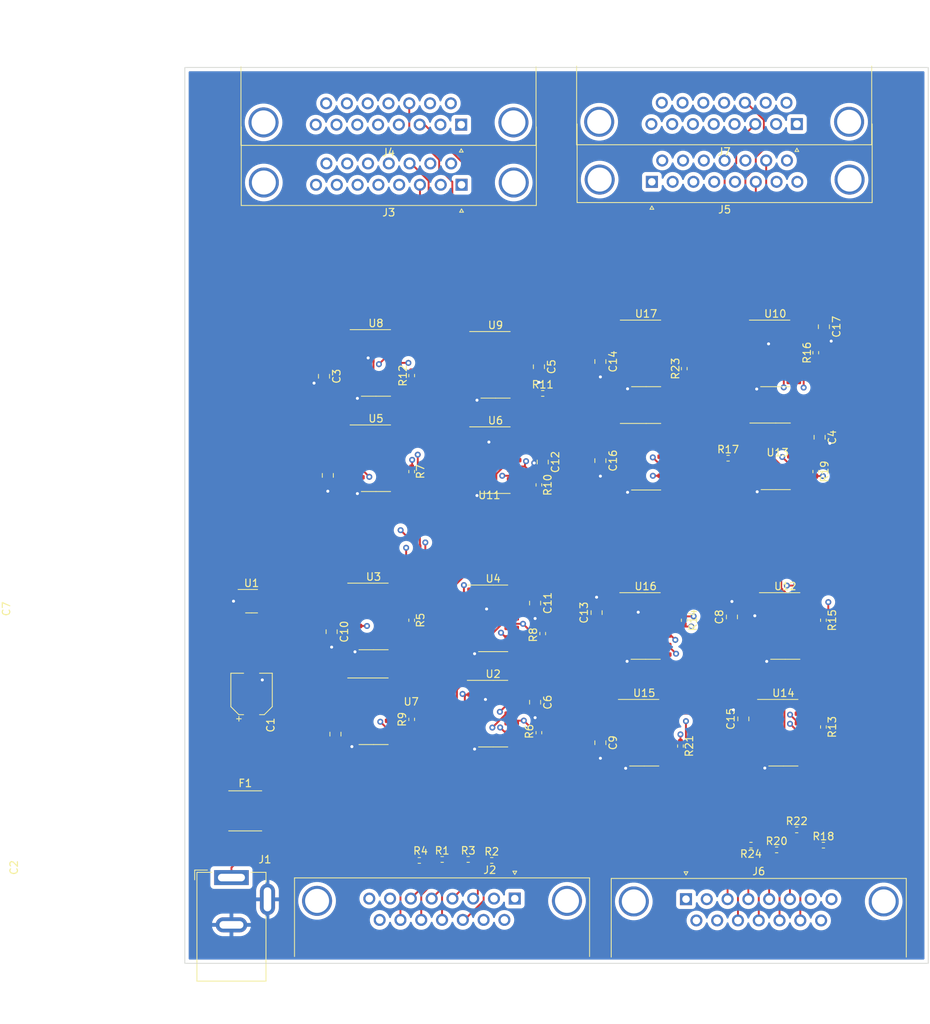
<source format=kicad_pcb>
(kicad_pcb (version 20211014) (generator pcbnew)
  (layers (0 "F.Cu" signal) (1 "In1.Cu" signal) (2 "In2.Cu" signal) (31 "B.Cu" signal) (34 "B.Paste" user) (35 "F.Paste" user) (36 "B.SilkS" user "B.Silkscreen") (37 "F.SilkS" user "F.Silkscreen") (38 "B.Mask" user) (39 "F.Mask" user) (44 "Edge.Cuts" user))
  (net 0 "")
  (net 7 "+5V")
  (net 8 "GND")
  (net 9 "Net-(F1-Pad2)")
  (net 10 "unconnected-(J2-Pad0)")
  (net 13 "unconnected-(J5-Pad0)")
  (net 14 "Net-(J2-Pad4)")
  (net 15 "Net-(J2-Pad5)")
  (net 16 "Net-(J2-Pad6)")
  (net 19 "Net-(J2-Pad11)")
  (net 20 "Net-(J2-Pad12)")
  (net 21 "Net-(J2-Pad13)")
  (net 22 "Net-(J2-Pad14)")
  (net 23 "unconnected-(J3-Pad0)")
  (net 27 "Net-(J3-Pad4)")
  (net 28 "Net-(J3-Pad5)")
  (net 29 "Net-(J3-Pad6)")
  (net 32 "Net-(J3-Pad11)")
  (net 34 "Net-(J3-Pad13)")
  (net 35 "Net-(J3-Pad14)")
  (net 36 "Net-(J5-Pad3)")
  (net 37 "Net-(J5-Pad4)")
  (net 39 "Net-(J5-Pad5)")
  (net 40 "Net-(J5-Pad6)")
  (net 51 "Net-(J5-Pad11)")
  (net 52 "Net-(J5-Pad12)")
  (net 55 "Net-(J5-Pad13)")
  (net 56 "Net-(J5-Pad14)")
  (net 60 "unconnected-(J6-Pad0)")
  (net 62 "unconnected-(J4-Pad0)")
  (net 65 "Net-(J4-Pad3)")
  (net 66 "Net-(J4-Pad4)")
  (net 67 "Net-(J4-Pad5)")
  (net 68 "Net-(J4-Pad6)")
  (net 73 "Net-(J4-Pad11)")
  (net 74 "Net-(J4-Pad12)")
  (net 75 "Net-(J4-Pad13)")
  (net 76 "Net-(J4-Pad14)")
  (net 78 "+3V3")
  (net 79 "Net-(U6-Pad2)")
  (net 83 "Net-(U8-Pad2)")
  (net 91 "Net-(J6-Pad4)")
  (net 92 "Net-(J6-Pad5)")
  (net 93 "Net-(J6-Pad6)")
  (net 98 "Net-(J6-Pad13)")
  (net 99 "Net-(J6-Pad14)")
  (net 101 "unconnected-(J7-Pad0)")
  (net 104 "Net-(J7-Pad3)")
  (net 105 "Net-(J7-Pad4)")
  (net 106 "Net-(J7-Pad5)")
  (net 107 "Net-(J7-Pad6)")
  (net 112 "Net-(J7-Pad11)")
  (net 113 "Net-(J7-Pad12)")
  (net 114 "Net-(J7-Pad13)")
  (net 115 "Net-(J7-Pad14)")
  (net 118 "Net-(U10-Pad2)")
  (net 126 "Net-(U12-Pad2)")
  (net 134 "Net-(U14-Pad2)")
  (net 142 "Net-(U16-Pad2)")
  (net 151 "Net-(U2-Pad2)")
  (net 155 "Net-(U4-Pad2)")
  (net 161 "Net-(J2-Pad3)")
  (net 162 "Net-(J3-Pad3)")
  (net 163 "Net-(J3-Pad12)")
  (net 164 "Net-(J6-Pad3)")
  (net 165 "Net-(U16-Pad10)")
  (net 166 "Net-(J6-Pad12)")
  (footprint "Resistor_SMD:R_0402_1005Metric_Pad0.72x0.64mm_HandSolder" (layer "F.Cu") (at 187.96 101.6 -90)
    (fp_text reference "R15")
    (fp_text value "R_Small")
  )
  (footprint "Package_TO_SOT_SMD:SOT-23-5" (layer "F.Cu") (at 111.76 99.06)
    (fp_text reference "U1")
    (fp_text value "TC2015-3.3VxCTTR")
  )
  (footprint "Capacitor_SMD:C_0805_2012Metric" (layer "F.Cu") (at 122.936 116.774 -90)
    (fp_text reference "C2")
    (fp_text value "0.1uF")
  )
  (footprint "Package_SO:SOIC-14_3.9x8.7mm_P1.27mm" (layer "F.Cu") (at 144.272 80.264)
    (fp_text reference "U6")
    (fp_text value "ADM3491ExR")
  )
  (footprint "Package_SO:SOIC-14_3.9x8.7mm_P1.27mm" (layer "F.Cu") (at 128.335 80.01)
    (fp_text reference "U5")
    (fp_text value "ADM3491ExR")
  )
  (footprint "Package_SO:SOIC-14_3.9x8.7mm_P1.27mm" (layer "F.Cu") (at 164.338 66.04)
    (fp_text reference "U17")
    (fp_text value "ADM3491ExR")
  )
  (footprint "Resistor_SMD:R_0402_1005Metric_Pad0.72x0.64mm_HandSolder" (layer "F.Cu") (at 150.049 116.586 -90)
    (fp_text reference "R6")
    (fp_text value "R_Small")
  )
  (footprint "Resistor_SMD:R_0402_1005Metric_Pad0.72x0.64mm_HandSolder" (layer "F.Cu") (at 150.557 71.374)
    (fp_text reference "R11")
    (fp_text value "R_Small")
  )
  (footprint "Capacitor_SMD:C_0805_2012Metric" (layer "F.Cu") (at 121.92 82.296 -90)
    (fp_text reference "C7")
    (fp_text value "0.1uF")
  )
  (footprint "Connector_Dsub:DSUB-15_Male_Horizontal_P2.77x2.84mm_EdgePinOffset4.94mm_Housed_MountingHolesOffset7.48mm" (layer "F.Cu") (at 139.7 35.56 180)
    (fp_text reference "J4")
    (fp_text value "DB15_Male_MountingHoles")
  )
  (footprint "Connector_BarrelJack:BarrelJack_GCT_DCJ200-10-A_Horizontal" (layer "F.Cu") (at 109.078 135.89)
    (fp_text reference "J1")
    (fp_text value "Barrel_Jack_Switch")
  )
  (footprint "Capacitor_SMD:C_0805_2012Metric" (layer "F.Cu") (at 150.557 80.518 -90)
    (fp_text reference "C12")
    (fp_text value "0.1uF")
  )
  (footprint "Package_SO:SOIC-14_3.9x8.7mm_P1.27mm" (layer "F.Cu") (at 164.273 102.362)
    (fp_text reference "U16")
    (fp_text value "ADM3491ExR")
  )
  (footprint "Package_SO:SOIC-14_3.9x8.7mm_P1.27mm" (layer "F.Cu") (at 128.335 67.31)
    (fp_text reference "U8")
    (fp_text value "ADM3491ExR")
  )
  (footprint "Resistor_SMD:R_0402_1005Metric_Pad0.72x0.64mm_HandSolder" (layer "F.Cu") (at 140.6265 133.4753)
    (fp_text reference "R3")
    (fp_text value "R_Small")
  )
  (footprint "Resistor_SMD:R_0402_1005Metric_Pad0.72x0.64mm_HandSolder" (layer "F.Cu") (at 168.91 118.364 -90)
    (fp_text reference "R21")
    (fp_text value "R_Small")
  )
  (footprint "Connector_Dsub:DSUB-15_Male_Horizontal_P2.77x2.84mm_EdgePinOffset4.94mm_Housed_MountingHolesOffset7.48mm" (layer "F.Cu") (at 169.649 138.7667)
    (fp_text reference "J6")
    (fp_text value "DB15_Male_MountingHoles")
  )
  (footprint "Resistor_SMD:R_0402_1005Metric_Pad0.72x0.64mm_HandSolder" (layer "F.Cu") (at 134.112 133.604 180)
    (fp_text reference "R4")
    (fp_text value "R_Small")
  )
  (footprint "Capacitor_SMD:C_0805_2012Metric" (layer "F.Cu") (at 121.412 69.088 -90)
    (fp_text reference "C3")
    (fp_text value "0.1uF")
  )
  (footprint "Capacitor_SMD:C_0805_2012Metric" (layer "F.Cu") (at 175.768 101.158 90)
    (fp_text reference "C8")
    (fp_text value "0.1uF")
  )
  (footprint "Resistor_SMD:R_0402_1005Metric_Pad0.72x0.64mm_HandSolder" (layer "F.Cu") (at 150.049 83.566 -90)
    (fp_text reference "R10")
    (fp_text value "R_Small")
  )
  (footprint "Resistor_SMD:R_0402_1005Metric_Pad0.72x0.64mm_HandSolder" (layer "F.Cu") (at 169.418 101.6 -90)
    (fp_text reference "R14")
    (fp_text value "R_Small")
  )
  (footprint "Package_SO:SOIC-14_3.9x8.7mm_P1.27mm" (layer "F.Cu") (at 143.953 114.046)
    (fp_text reference "U2")
    (fp_text value "ADM3491ExR")
  )
  (footprint "Capacitor_SMD:C_0805_2012Metric" (layer "F.Cu") (at 122.428 103.124 -90)
    (fp_text reference "C10")
    (fp_text value "0.1uF")
  )
  (footprint "Package_SO:SOIC-14_3.9x8.7mm_P1.27mm" (layer "F.Cu") (at 144.272 67.564)
    (fp_text reference "U9")
    (fp_text value "ADM3491ExR")
  )
  (footprint "Resistor_SMD:R_0402_1005Metric_Pad0.72x0.64mm_HandSolder" (layer "F.Cu") (at 178.308 131.572 180)
    (fp_text reference "R24")
    (fp_text value "R_Small")
  )
  (footprint "Capacitor_SMD:C_0805_2012Metric" (layer "F.Cu") (at 149.541 99.314 -90)
    (fp_text reference "C11")
    (fp_text value "0.1uF")
  )
  (footprint "Resistor_SMD:R_0402_1005Metric_Pad0.72x0.64mm_HandSolder" (layer "F.Cu") (at 133.096 101.6 -90)
    (fp_text reference "R5")
    (fp_text value "R_Small")
  )
  (footprint "Package_SO:SOIC-14_3.9x8.7mm_P1.27mm" (layer "F.Cu") (at 128.016 101.092)
    (fp_text reference "U3")
    (fp_text value "ADM3491ExR")
  )
  (footprint "Resistor_SMD:R_0402_1005Metric_Pad0.72x0.64mm_HandSolder" (layer "F.Cu") (at 133.096 68.9985 90)
    (fp_text reference "R12")
    (fp_text value "R_Small")
  )
  (footprint "Capacitor_SMD:C_0805_2012Metric" (layer "F.Cu") (at 177.292 114.742 90)
    (fp_text reference "C15")
    (fp_text value "0.1uF")
  )
  (footprint "Capacitor_SMD:CP_Elec_5x3" (layer "F.Cu") (at 111.76 111.42 90)
    (fp_text reference "C1")
    (fp_text value "CP")
  )
  (footprint "Resistor_SMD:R_0402_1005Metric_Pad0.72x0.64mm_HandSolder" (layer "F.Cu") (at 169.418 68.072 90)
    (fp_text reference "R23")
    (fp_text value "R_Small")
  )
  (footprint "Capacitor_SMD:C_0805_2012Metric" (layer "F.Cu") (at 149.541 112.522 -90)
    (fp_text reference "C6")
    (fp_text value "0.1uF")
  )
  (footprint "Capacitor_SMD:C_0805_2012Metric" (layer "F.Cu") (at 188.026 62.484 -90)
    (fp_text reference "C17")
    (fp_text value "0.1uF")
  )
  (footprint "Resistor_SMD:R_0402_1005Metric_Pad0.72x0.64mm_HandSolder" (layer "F.Cu") (at 186.944 81.788 -90)
    (fp_text reference "R19")
    (fp_text value "R_Small")
  )
  (footprint "Package_SO:SOIC-14_3.9x8.7mm_P1.27mm" (layer "F.Cu") (at 164.338 79.8093)
    (fp_text reference "U11")
    (fp_text value "ADM3491ExR")
  )
  (footprint "Capacitor_SMD:C_0805_2012Metric" (layer "F.Cu") (at 158.242 80.33 -90)
    (fp_text reference "C16")
    (fp_text value "0.1uF")
  )
  (footprint "Resistor_SMD:R_0402_1005Metric_Pad0.72x0.64mm_HandSolder" (layer "F.Cu") (at 187.96 115.824 -90)
    (fp_text reference "R13")
    (fp_text value "R_Small")
  )
  (footprint "Capacitor_SMD:C_0805_2012Metric" (layer "F.Cu") (at 150.049 67.818 -90)
    (fp_text reference "C5")
    (fp_text value "0.1uF")
  )
  (footprint "Resistor_SMD:R_0402_1005Metric_Pad0.72x0.64mm_HandSolder" (layer "F.Cu") (at 143.764 133.604)
    (fp_text reference "R2")
    (fp_text value "R_Small")
  )
  (footprint "Resistor_SMD:R_0402_1005Metric_Pad0.72x0.64mm_HandSolder" (layer "F.Cu") (at 137.16 133.4753)
    (fp_text reference "R1")
    (fp_text value "R_Small")
  )
  (footprint "Package_SO:SOIC-14_3.9x8.7mm_P1.27mm" (layer "F.Cu") (at 128.016 113.727)
    (fp_text reference "U7")
    (fp_text value "ADM3491ExR")
  )
  (footprint "Connector_Dsub:DSUB-15_Female_Horizontal_P2.77x2.84mm_EdgePinOffset4.94mm_Housed_MountingHolesOffset7.48mm" (layer "F.Cu") (at 165.1 43.18 180)
    (fp_text reference "J5")
    (fp_text value "DB15_Female_MountingHoles")
  )
  (footprint "Resistor_SMD:R_0402_1005Metric_Pad0.72x0.64mm_HandSolder" (layer "F.Cu") (at 181.73 132.2053)
    (fp_text reference "R20")
    (fp_text value "R_Small")
  )
  (footprint "Capacitor_SMD:C_0805_2012Metric" (layer "F.Cu") (at 187.452 77.216 -90)
    (fp_text reference "C4")
    (fp_text value "0.1uF")
  )
  (footprint "Resistor_SMD:R_0402_1005Metric_Pad0.72x0.64mm_HandSolder" (layer "F.Cu") (at 150.557 103.378 -90)
    (fp_text reference "R8")
    (fp_text value "R_Small")
  )
  (footprint "Package_SO:SOIC-14_3.9x8.7mm_P1.27mm" (layer "F.Cu") (at 181.61 79.756)
    (fp_text reference "U13")
    (fp_text value "ADM3491ExR")
  )
  (footprint "Package_SO:SOIC-14_3.9x8.7mm_P1.27mm" (layer "F.Cu") (at 181.545 66.04)
    (fp_text reference "U10")
    (fp_text value "ADM3491ExR")
  )
  (footprint "Resistor_SMD:R_0402_1005Metric_Pad0.72x0.64mm_HandSolder" (layer "F.Cu") (at 184.404 129.54)
    (fp_text reference "R22")
    (fp_text value "R_Small")
  )
  (footprint "Package_SO:SOIC-14_3.9x8.7mm_P1.27mm" (layer "F.Cu") (at 164.084 116.586)
    (fp_text reference "U15")
    (fp_text value "ADM3491ExR")
  )
  (footprint "Connector_Dsub:DSUB-15_Male_Horizontal_P2.77x2.84mm_EdgePinOffset4.94mm_Housed_MountingHolesOffset7.48mm" (layer "F.Cu") (at 184.427 35.4773 180)
    (fp_text reference "J7")
    (fp_text value "DB15_Male_MountingHoles")
  )
  (footprint "Resistor_SMD:R_0402_1005Metric_Pad0.72x0.64mm_HandSolder" (layer "F.Cu") (at 175.26 80.01)
    (fp_text reference "R17")
    (fp_text value "R_Small")
  )
  (footprint "Package_SO:SOIC-14_3.9x8.7mm_P1.27mm" (layer "F.Cu") (at 143.953 101.346)
    (fp_text reference "U4")
    (fp_text value "ADM3491ExR")
  )
  (footprint "Capacitor_SMD:C_0805_2012Metric" (layer "F.Cu") (at 158.242 117.922 -90)
    (fp_text reference "C9")
    (fp_text value "0.1uF")
  )
  (footprint "Package_SO:SOIC-14_3.9x8.7mm_P1.27mm" (layer "F.Cu") (at 182.626 116.586)
    (fp_text reference "U14")
    (fp_text value "ADM3491ExR")
  )
  (footprint "Fuse:Fuse_2920_7451Metric" (layer "F.Cu") (at 110.9125 127)
    (fp_text reference "F1")
    (fp_text value "Polyfuse")
  )
  (footprint "Resistor_SMD:R_0402_1005Metric_Pad0.72x0.64mm_HandSolder" (layer "F.Cu") (at 133.096 81.788 -90)
    (fp_text reference "R7")
    (fp_text value "R_Small")
  )
  (footprint "Capacitor_SMD:C_0805_2012Metric" (layer "F.Cu") (at 158.242 67.122 -90)
    (fp_text reference "C14")
    (fp_text value "0.1uF")
  )
  (footprint "Resistor_SMD:R_0402_1005Metric_Pad0.72x0.64mm_HandSolder" (layer "F.Cu") (at 186.944 65.9505 90)
    (fp_text reference "R16")
    (fp_text value "R_Small")
  )
  (footprint "Capacitor_SMD:C_0805_2012Metric" (layer "F.Cu") (at 157.734 100.584 90)
    (fp_text reference "C13")
    (fp_text value "0.1uF")
  )
  (footprint "Connector_Dsub:DSUB-15_Male_Horizontal_P2.77x2.84mm_EdgePinOffset4.94mm_Housed_MountingHolesOffset7.48mm" (layer "F.Cu") (at 139.7389 43.5704 180)
    (fp_text reference "J3")
    (fp_text value "DB15_Male_MountingHoles")
  )
  (footprint "Connector_Dsub:DSUB-15_Female_Horizontal_P2.77x2.84mm_EdgePinOffset4.94mm_Housed_MountingHolesOffset7.48mm" (layer "F.Cu") (at 146.835 138.6917)
    (fp_text reference "J2")
    (fp_text value "DB15_Female_MountingHoles")
  )
  (footprint "Resistor_SMD:R_0402_1005Metric_Pad0.72x0.64mm_HandSolder" (layer "F.Cu") (at 187.96 131.572)
    (fp_text reference "R18")
    (fp_text value "R_Small")
  )
  (footprint "Resistor_SMD:R_0402_1005Metric_Pad0.72x0.64mm_HandSolder" (layer "F.Cu") (at 133.096 114.808 -90)
    (fp_text reference "R9")
    (fp_text value "R_Small")
  )
  (footprint "Package_SO:SOIC-14_3.9x8.7mm_P1.27mm" (layer "F.Cu") (at 182.88 102.362)
    (fp_text reference "U12")
    (fp_text value "ADM3491ExR")
  )
  (gr_rect (start 102.87 27.94) (end 201.93 147.32) (layer "Edge.Cuts") (width 0.1) (fill none))
  (segment (start 111.6265 98.7254) (end 111.0111 98.11) (width 0.25) (layer "F.Cu") (net 7))
  (segment (start 111.0111 98.11) (end 110.6225 98.11) (width 0.25) (layer "F.Cu") (net 7))
  (segment (start 110.6307 113.62) (end 110.6307 102.5352) (width 0.25) (layer "F.Cu") (net 7))
  (segment (start 110.6307 102.5352) (end 111.6265 101.5394) (width 0.25) (layer "F.Cu") (net 7))
  (segment (start 110.6307 113.62) (end 111.76 113.62) (width 0.25) (layer "F.Cu") (net 7))
  (segment (start 111.6265 101.5394) (end 111.6265 98.7254) (width 0.25) (layer "F.Cu") (net 7))
  (segment (start 107.525 116.7257) (end 110.6307 113.62) (width 0.25) (layer "F.Cu") (net 7))
  (segment (start 107.525 127) (end 107.525 116.7257) (width 0.25) (layer "F.Cu") (net 7))
  (segment (start 188.026 63.434) (end 188.9967 64.4047) (width 0.25) (layer "F.Cu") (net 8))
  (segment (start 180.405 104.902) (end 180.405 106.172) (width 0.25) (layer "F.Cu") (net 8))
  (segment (start 141.797 84.9794) (end 141.797 84.074) (width 0.25) (layer "F.Cu") (net 8))
  (segment (start 161.609 119.126) (end 161.609 120.396) (width 0.25) (layer "F.Cu") (net 8))
  (segment (start 180.151 119.126) (end 180.151 120.396) (width 0.25) (layer "F.Cu") (net 8))
  (segment (start 141.5024 100.1004) (end 141.478 100.076) (width 0.25) (layer "F.Cu") (net 8))
  (segment (start 125.86 84.723) (end 125.86 83.82) (width 0.25) (layer "F.Cu") (net 8))
  (segment (start 125.541 116.267) (end 125.541 117.537) (width 0.25) (layer "F.Cu") (net 8))
  (segment (start 125.541 105.8058) (end 125.541 104.902) (width 0.25) (layer "F.Cu") (net 8))
  (segment (start 125.86 72.0315) (end 125.86 71.12) (width 0.25) (layer "F.Cu") (net 8))
  (segment (start 141.797 70.104) (end 141.797 71.374) (width 0.25) (layer "F.Cu") (net 8))
  (segment (start 122.428 104.074) (end 122.428 105.1807) (width 0.25) (layer "F.Cu") (net 8))
  (segment (start 127.2946 66.6459) (end 126.6887 66.04) (width 0.25) (layer "F.Cu") (net 8))
  (segment (start 177.039 113.539) (end 177.292 113.792) (width 0.25) (layer "F.Cu") (net 8))
  (segment (start 141.478 103.886) (end 141.478 105.156) (width 0.25) (layer "F.Cu") (net 8))
  (segment (start 180.405 107.083) (end 180.405 106.172) (width 0.25) (layer "F.Cu") (net 8))
  (segment (start 141.478 117.856) (end 141.478 118.7674) (width 0.25) (layer "F.Cu") (net 8))
  (segment (start 158.242 81.28) (end 158.242 82.3978) (width 0.25) (layer "F.Cu") (net 8))
  (segment (start 141.797 82.804) (end 141.797 84.074) (width 0.25) (layer "F.Cu") (net 8))
  (segment (start 142.2463 78.994) (end 141.797 78.994) (width 0.25) (layer "F.Cu") (net 8))
  (segment (start 143.3845 77.8558) (end 142.2463 78.994) (width 0.25) (layer "F.Cu") (net 8))
  (segment (start 141.478 105.156) (end 141.478 106.0613) (width 0.25) (layer "F.Cu") (net 8))
  (segment (start 179.135 84.4797) (end 179.135 83.566) (width 0.25) (layer "F.Cu") (net 8))
  (segment (start 150.2498 81.468) (end 150.557 81.468) (width 0.25) (layer "F.Cu") (net 8))
  (segment (start 149.424 80.6422) (end 150.2498 81.468) (width 0.25) (layer "F.Cu") (net 8))
  (segment (start 179.135 82.296) (end 179.135 83.566) (width 0.25) (layer "F.Cu") (net 8))
  (segment (start 179.07 64.77) (end 180.6507 64.77) (width 0.25) (layer "F.Cu") (net 8))
  (segment (start 180.3172 101.0042) (end 180.405 101.092) (width 0.25) (layer "F.Cu") (net 8))
  (segment (start 177.292 113.792) (end 178.816 115.316) (width 0.25) (layer "F.Cu") (net 8))
  (segment (start 149.541 101.3664) (end 149.541 100.264) (width 0.25) (layer "F.Cu") (net 8))
  (segment (start 188.8083 78.0245) (end 187.5935 78.0245) (width 0.25) (layer "F.Cu") (net 8))
  (segment (start 175.768 99.1003) (end 175.768 100.208) (width 0.25) (layer "F.Cu") (net 8))
  (segment (start 158.242 69.1763) (end 158.242 68.072) (width 0.25) (layer "F.Cu") (net 8))
  (segment (start 180.151 121.2985) (end 180.151 120.396) (width 0.25) (layer "F.Cu") (net 8))
  (segment (start 142.9245 112.1546) (end 142.0994 112.1546) (width 0.25) (layer "F.Cu") (net 8))
  (segment (start 122.936 117.724) (end 125.1272 117.724) (width 0.25) (layer "F.Cu") (net 8))
  (segment (start 178.8185 101.0042) (end 180.3172 101.0042) (width 0.25) (layer "F.Cu") (net 8))
  (segment (start 175.9645 113.539) (end 177.039 113.539) (width 0.25) (layer "F.Cu") (net 8))
  (segment (start 143.0766 100.1004) (end 141.5024 100.1004) (width 0.25) (layer "F.Cu") (net 8))
  (segment (start 112.093 109.553) (end 111.76 109.22) (width 0.25) (layer "F.Cu") (net 8))
  (segment (start 121.3755 70.0015) (end 121.412 70.038) (width 0.25) (layer "F.Cu") (net 8))
  (segment (start 120.0838 70.0015) (end 121.3755 70.0015) (width 0.25) (layer "F.Cu") (net 8))
  (segment (start 178.816 115.316) (end 180.151 115.316) (width 0.25) (layer "F.Cu") (net 8))
  (segment (start 125.1272 118.4393) (end 125.1272 117.724) (width 0.25) (layer "F.Cu") (net 8))
  (segment (start 157.734 99.634) (end 157.734 98.5291) (width 0.25) (layer "F.Cu") (net 8))
  (segment (start 161.798 107.0738) (end 161.798 106.172) (width 0.25) (layer "F.Cu") (net 8))
  (segment (start 141.797 72.2759) (end 141.797 71.374) (width 0.25) (layer "F.Cu") (net 8))
  (segment (start 158.242 118.872) (end 158.242 119.9903) (width 0.25) (layer "F.Cu") (net 8))
  (segment (start 162.3613 100.5287) (end 161.798 101.092) (width 0.25) (layer "F.Cu") (net 8))
  (segment (start 110.6225 99.06) (end 109.3535 99.06) (width 0.25) (layer "F.Cu") (net 8))
  (segment (start 161.609 120.396) (end 161.609 121.3269) (width 0.25) (layer "F.Cu") (net 8))
  (segment (start 126.6887 66.04) (end 125.86 66.04) (width 0.25) (layer "F.Cu") (net 8))
  (segment (start 125.86 69.85) (end 125.86 71.12) (width 0.25) (layer "F.Cu") (net 8))
  (segment (start 125.541 103.632) (end 125.541 104.902) (width 0.25) (layer "F.Cu") (net 8))
  (segment (start 125.1272 117.724) (end 125.354 117.724) (width 0.25) (layer "F.Cu") (net 8))
  (segment (start 161.863 69.85) (end 161.863 70.7591) (width 0.25) (layer "F.Cu") (net 8))
  (segment (start 141.478 116.586) (end 141.478 117.856) (width 0.25) (layer "F.Cu") (net 8))
  (segment (start 161.798 104.902) (end 161.798 106.172) (width 0.25) (layer "F.Cu") (net 8))
  (segment (start 187.5935 78.0245) (end 187.452 78.166) (width 0.25) (layer "F.Cu") (net 8))
  (segment (start 161.863 68.58) (end 161.863 69.85) (width 0.25) (layer "F.Cu") (net 8))
  (segment (start 150.049 69.8939) (end 150.049 68.768) (width 0.25) (layer "F.Cu") (net 8))
  (segment (start 163.282 100.5287) (end 162.3613 100.5287) (width 0.25) (layer "F.Cu") (net 8))
  (segment (start 113.1913 109.553) (end 112.093 109.553) (width 0.25) (layer "F.Cu") (net 8))
  (segment (start 179.07 68.58) (end 179.07 69.85) (width 0.25) (layer "F.Cu") (net 8))
  (segment (start 121.92 84.4053) (end 121.92 83.246) (width 0.25) (layer "F.Cu") (net 8))
  (segment (start 125.86 82.55) (end 125.86 83.82) (width 0.25) (layer "F.Cu") (net 8))
  (segment (start 142.0994 112.1546) (end 141.478 112.776) (width 0.25) (layer "F.Cu") (net 8))
  (segment (start 161.863 84.5504) (end 161.863 83.6193) (width 0.25) (layer "F.Cu") (net 8))
  (segment (start 179.07 70.7882) (end 179.07 69.85) (width 0.25) (layer "F.Cu") (net 8))
  (segment (start 161.863 82.3493) (end 161.863 83.6193) (width 0.25) (layer "F.Cu") (net 8))
  (segment (start 149.541 113.472) (end 149.541 114.582) (width 0.25) (layer "F.Cu") (net 8))
  (segment (start 125.354 117.724) (end 125.541 117.537) (width 0.25) (layer "F.Cu") (net 8))
  (via (at 179.07 70.7882) (size 0.8) (drill 0.4) (layers "F.Cu" "B.Cu") (net 8))
  (via (at 149.541 114.582) (size 0.8) (drill 0.4) (layers "F.Cu" "B.Cu") (net 8))
  (via (at 188.9967 64.4047) (size 0.8) (drill 0.4) (layers "F.Cu" "B.Cu") (net 8))
  (via (at 180.405 107.083) (size 0.8) (drill 0.4) (layers "F.Cu" "B.Cu") (net 8))
  (via (at 178.8185 101.0042) (size 0.8) (drill 0.4) (layers "F.Cu" "B.Cu") (net 8))
  (via (at 158.242 119.9903) (size 0.8) (drill 0.4) (layers "F.Cu" "B.Cu") (net 8))
  (via (at 161.609 121.3269) (size 0.8) (drill 0.4) (layers "F.Cu" "B.Cu") (net 8))
  (via (at 121.92 84.4053) (size 0.8) (drill 0.4) (layers "F.Cu" "B.Cu") (net 8))
  (via (at 161.798 107.0738) (size 0.8) (drill 0.4) (layers "F.Cu" "B.Cu") (net 8))
  (via (at 113.1913 109.553) (size 0.8) (drill 0.4) (layers "F.Cu" "B.Cu") (net 8))
  (via (at 149.541 101.3664) (size 0.8) (drill 0.4) (layers "F.Cu" "B.Cu") (net 8))
  (via (at 175.9645 113.539) (size 0.8) (drill 0.4) (layers "F.Cu" "B.Cu") (net 8))
  (via (at 125.541 105.8058) (size 0.8) (drill 0.4) (layers "F.Cu" "B.Cu") (net 8))
  (via (at 158.242 69.1763) (size 0.8) (drill 0.4) (layers "F.Cu" "B.Cu") (net 8))
  (via (at 141.797 72.2759) (size 0.8) (drill 0.4) (layers "F.Cu" "B.Cu") (net 8))
  (via (at 143.0766 100.1004) (size 0.8) (drill 0.4) (layers "F.Cu" "B.Cu") (net 8))
  (via (at 125.86 84.723) (size 0.8) (drill 0.4) (layers "F.Cu" "B.Cu") (net 8))
  (via (at 157.734 98.5291) (size 0.8) (drill 0.4) (layers "F.Cu" "B.Cu") (net 8))
  (via (at 149.424 80.6422) (size 0.8) (drill 0.4) (layers "F.Cu" "B.Cu") (net 8))
  (via (at 141.478 118.7674) (size 0.8) (drill 0.4) (layers "F.Cu" "B.Cu") (net 8))
  (via (at 122.428 105.1807) (size 0.8) (drill 0.4) (layers "F.Cu" "B.Cu") (net 8))
  (via (at 125.86 72.0315) (size 0.8) (drill 0.4) (layers "F.Cu" "B.Cu") (net 8))
  (via (at 142.9245 112.1546) (size 0.8) (drill 0.4) (layers "F.Cu" "B.Cu") (net 8))
  (via (at 188.8083 78.0245) (size 0.8) (drill 0.4) (layers "F.Cu" "B.Cu") (net 8))
  (via (at 163.282 100.5287) (size 0.8) (drill 0.4) (layers "F.Cu" "B.Cu") (net 8))
  (via (at 109.3535 99.06) (size 0.8) (drill 0.4) (layers "F.Cu" "B.Cu") (net 8))
  (via (at 179.135 84.4797) (size 0.8) (drill 0.4) (layers "F.Cu" "B.Cu") (net 8))
  (via (at 180.6507 64.77) (size 0.8) (drill 0.4) (layers "F.Cu" "B.Cu") (net 8))
  (via (at 141.478 106.0613) (size 0.8) (drill 0.4) (layers "F.Cu" "B.Cu") (net 8))
  (via (at 150.049 69.8939) (size 0.8) (drill 0.4) (layers "F.Cu" "B.Cu") (net 8))
  (via (at 125.1272 118.4393) (size 0.8) (drill 0.4) (layers "F.Cu" "B.Cu") (net 8))
  (via (at 158.242 82.3978) (size 0.8) (drill 0.4) (layers "F.Cu" "B.Cu") (net 8))
  (via (at 161.863 84.5504) (size 0.8) (drill 0.4) (layers "F.Cu" "B.Cu") (net 8))
  (via (at 141.797 84.9794) (size 0.8) (drill 0.4) (layers "F.Cu" "B.Cu") (net 8))
  (via (at 180.151 121.2985) (size 0.8) (drill 0.4) (layers "F.Cu" "B.Cu") (net 8))
  (via (at 161.863 70.7591) (size 0.8) (drill 0.4) (layers "F.Cu" "B.Cu") (net 8))
  (via (at 127.2946 66.6459) (size 0.8) (drill 0.4) (layers "F.Cu" "B.Cu") (net 8))
  (via (at 120.0838 70.0015) (size 0.8) (drill 0.4) (layers "F.Cu" "B.Cu") (net 8))
  (via (at 175.768 99.1003) (size 0.8) (drill 0.4) (layers "F.Cu" "B.Cu") (net 8))
  (via (at 143.3845 77.8558) (size 0.8) (drill 0.4) (layers "F.Cu" "B.Cu") (net 8))
  (segment (start 114.3 129.3427) (end 109.078 134.5647) (width 0.25) (layer "F.Cu") (net 9))
  (segment (start 114.3 127) (end 114.3 129.3427) (width 0.25) (layer "F.Cu") (net 9))
  (segment (start 109.078 135.89) (end 109.078 134.5647) (width 0.25) (layer "F.Cu") (net 9))
  (segment (start 143.8765 106.112) (end 139.1267 110.8618) (width 0.25) (layer "F.Cu") (net 14))
  (segment (start 141.224 135.9927) (end 141.224 133.4753) (width 0.25) (layer "F.Cu") (net 14))
  (segment (start 143.8765 103.3498) (end 143.8765 106.112) (width 0.25) (layer "F.Cu") (net 14))
  (segment (start 146.428 101.346) (end 145.8803 101.346) (width 0.25) (layer "F.Cu") (net 14))
  (segment (start 138.525 138.6917) (end 141.224 135.9927) (width 0.25) (layer "F.Cu") (net 14))
  (segment (start 145.8803 101.346) (end 143.8765 103.3498) (width 0.25) (layer "F.Cu") (net 14))
  (segment (start 139.1267 110.8618) (end 139.1267 131.378) (width 0.25) (layer "F.Cu") (net 14))
  (segment (start 139.1267 131.378) (end 141.224 133.4753) (width 0.25) (layer "F.Cu") (net 14))
  (segment (start 137.7575 133.4753) (end 137.7575 98.0601) (width 0.25) (layer "F.Cu") (net 15))
  (segment (start 146.2149 80.264) (end 146.747 80.264) (width 0.25) (layer "F.Cu") (net 15))
  (segment (start 137.7575 98.0601) (end 144.3791 91.4385) (width 0.25) (layer "F.Cu") (net 15))
  (segment (start 137.7575 136.6892) (end 137.7575 133.4753) (width 0.25) (layer "F.Cu") (net 15))
  (segment (start 144.3791 91.4385) (end 144.3791 82.0998) (width 0.25) (layer "F.Cu") (net 15))
  (segment (start 144.3791 82.0998) (end 146.2149 80.264) (width 0.25) (layer "F.Cu") (net 15))
  (segment (start 135.755 138.6917) (end 137.7575 136.6892) (width 0.25) (layer "F.Cu") (net 15))
  (segment (start 134.7095 136.9672) (end 132.985 138.6917) (width 0.25) (layer "F.Cu") (net 16))
  (segment (start 146.428 114.046) (end 145.703 114.046) (width 0.25) (layer "F.Cu") (net 16))
  (segment (start 145.703 114.046) (end 143.8466 115.9024) (width 0.25) (layer "F.Cu") (net 16))
  (segment (start 134.7095 133.604) (end 134.7095 136.9672) (width 0.25) (layer "F.Cu") (net 16))
  (via (at 143.8466 115.9024) (size 0.8) (drill 0.4) (layers "F.Cu" "B.Cu") (net 16))
  (segment (start 140.1202 141.5317) (end 142.68 138.9719) (width 0.25) (layer "F.Cu") (net 19))
  (segment (start 130.81 66.04) (end 130.1679 66.04) (width 0.25) (layer "F.Cu") (net 19))
  (segment (start 142.68 134.0905) (end 143.1665 133.604) (width 0.25) (layer "F.Cu") (net 19))
  (segment (start 139.91 141.5317) (end 140.1202 141.5317) (width 0.25) (layer "F.Cu") (net 19))
  (segment (start 130.1679 66.04) (end 128.73 67.4779) (width 0.25) (layer "F.Cu") (net 19))
  (segment (start 142.68 138.9719) (end 142.68 134.0905) (width 0.25) (layer "F.Cu") (net 19))
  (via (at 128.73 67.4779) (size 0.8) (drill 0.4) (layers "F.Cu" "B.Cu") (net 19))
  (segment (start 138.6705 132.1168) (end 138.6705 110.2115) (width 0.25) (layer "F.Cu") (net 20))
  (segment (start 137.14 137.9891) (end 137.14 141.5317) (width 0.25) (layer "F.Cu") (net 20))
  (segment (start 140.029 133.4753) (end 138.6705 132.1168) (width 0.25) (layer "F.Cu") (net 20))
  (segment (start 142.779 103.2476) (end 145.9506 100.076) (width 0.25) (layer "F.Cu") (net 20))
  (segment (start 140.029 133.4753) (end 140.029 135.1001) (width 0.25) (layer "F.Cu") (net 20))
  (segment (start 142.779 106.103) (end 142.779 103.2476) (width 0.25) (layer "F.Cu") (net 20))
  (segment (start 140.029 135.1001) (end 137.14 137.9891) (width 0.25) (layer "F.Cu") (net 20))
  (segment (start 138.6705 110.2115) (end 142.779 106.103) (width 0.25) (layer "F.Cu") (net 20))
  (segment (start 145.9506 100.076) (end 146.428 100.076) (width 0.25) (layer "F.Cu") (net 20))
  (segment (start 146.316 78.994) (end 146.747 78.994) (width 0.25) (layer "F.Cu") (net 21))
  (segment (start 134.37 141.5317) (end 134.37 138.2144) (width 0.25) (layer "F.Cu") (net 21))
  (segment (start 143.3541 81.9559) (end 146.316 78.994) (width 0.25) (layer "F.Cu") (net 21))
  (segment (start 143.3541 91.8266) (end 143.3541 81.9559) (width 0.25) (layer "F.Cu") (net 21))
  (segment (start 136.5625 133.4753) (end 136.5625 98.6182) (width 0.25) (layer "F.Cu") (net 21))
  (segment (start 136.5625 98.6182) (end 143.3541 91.8266) (width 0.25) (layer "F.Cu") (net 21))
  (segment (start 136.5625 136.0219) (end 136.5625 133.4753) (width 0.25) (layer "F.Cu") (net 21))
  (segment (start 134.37 138.2144) (end 136.5625 136.0219) (width 0.25) (layer "F.Cu") (net 21))
  (segment (start 144.8488 113.7987) (end 145.8715 112.776) (width 0.25) (layer "F.Cu") (net 22))
  (segment (start 131.6 141.5317) (end 131.6 135.5185) (width 0.25) (layer "F.Cu") (net 22))
  (segment (start 145.8715 112.776) (end 146.428 112.776) (width 0.25) (layer "F.Cu") (net 22))
  (segment (start 131.6 135.5185) (end 133.5145 133.604) (width 0.25) (layer "F.Cu") (net 22))
  (via (at 144.8488 113.7987) (size 0.8) (drill 0.4) (layers "F.Cu" "B.Cu") (net 22))
  (segment (start 147.9297 102.0753) (end 146.9687 102.0753) (width 0.25) (layer "F.Cu") (net 27))
  (segment (start 146.9687 102.0753) (end 146.428 102.616) (width 0.25) (layer "F.Cu") (net 27))
  (segment (start 147.9297 102.0753) (end 148.6349 102.7805) (width 0.25) (layer "F.Cu") (net 27))
  (segment (start 148.6349 102.7805) (end 150.557 102.7805) (width 0.25) (layer "F.Cu") (net 27))
  (via (at 147.9297 102.0753) (size 0.8) (drill 0.4) (layers "F.Cu" "B.Cu") (net 27))
  (segment (start 150.049 82.9685) (end 148.1919 81.1114) (width 0.25) (layer "F.Cu") (net 28))
  (segment (start 148.1919 80.5515) (end 148.1919 81.1114) (width 0.25) (layer "F.Cu") (net 28))
  (segment (start 147.1696 81.1114) (end 146.747 81.534) (width 0.25) (layer "F.Cu") (net 28))
  (segment (start 148.1919 81.1114) (end 147.1696 81.1114) (width 0.25) (layer "F.Cu") (net 28))
  (segment (start 148.3369 80.4065) (end 148.1919 80.5515) (width 0.25) (layer "F.Cu") (net 28))
  (via (at 148.3369 80.4065) (size 0.8) (drill 0.4) (layers "F.Cu" "B.Cu") (net 28))
  (segment (start 149.0518 115.9885) (end 150.049 115.9885) (width 0.25) (layer "F.Cu") (net 29))
  (segment (start 146.7698 114.9742) (end 146.428 115.316) (width 0.25) (layer "F.Cu") (net 29))
  (segment (start 148.0375 114.9742) (end 149.0518 115.9885) (width 0.25) (layer "F.Cu") (net 29))
  (segment (start 148.0375 114.9742) (end 146.7698 114.9742) (width 0.25) (layer "F.Cu") (net 29))
  (via (at 148.0375 114.9742) (size 0.8) (drill 0.4) (layers "F.Cu" "B.Cu") (net 29))
  (segment (start 132.842 69.85) (end 133.096 69.596) (width 0.25) (layer "F.Cu") (net 32))
  (segment (start 135.352 43.0583) (end 135.352 67.34) (width 0.25) (layer "F.Cu") (net 32))
  (segment (start 130.81 69.85) (end 132.842 69.85) (width 0.25) (layer "F.Cu") (net 32))
  (segment (start 133.0241 40.7304) (end 135.352 43.0583) (width 0.25) (layer "F.Cu") (net 32))
  (segment (start 132.8139 40.7304) (end 133.0241 40.7304) (width 0.25) (layer "F.Cu") (net 32))
  (segment (start 135.352 67.34) (end 133.096 69.596) (width 0.25) (layer "F.Cu") (net 32))
  (segment (start 150.049 84.1635) (end 148.6895 82.804) (width 0.25) (layer "F.Cu") (net 34))
  (segment (start 148.6895 82.804) (end 146.747 82.804) (width 0.25) (layer "F.Cu") (net 34))
  (segment (start 145.1635 82.3463) (end 146.2893 82.3463) (width 0.25) (layer "F.Cu") (net 34))
  (segment (start 146.2893 82.3463) (end 146.747 82.804) (width 0.25) (layer "F.Cu") (net 34))
  (via (at 145.1635 82.3463) (size 0.8) (drill 0.4) (layers "F.Cu" "B.Cu") (net 34))
  (segment (start 146.428 116.586) (end 147.0255 117.1835) (width 0.25) (layer "F.Cu") (net 35))
  (segment (start 145.5863 116.586) (end 146.428 116.586) (width 0.25) (layer "F.Cu") (net 35))
  (segment (start 144.8875 115.8872) (end 145.5863 116.586) (width 0.25) (layer "F.Cu") (net 35))
  (segment (start 147.0255 117.1835) (end 150.049 117.1835) (width 0.25) (layer "F.Cu") (net 35))
  (via (at 144.8875 115.8872) (size 0.8) (drill 0.4) (layers "F.Cu" "B.Cu") (net 35))
  (segment (start 166.9125 102.1975) (end 166.748 102.362) (width 0.25) (layer "F.Cu") (net 36))
  (segment (start 170.3561 102.4391) (end 169.6596 102.4391) (width 0.25) (layer "F.Cu") (net 36))
  (segment (start 169.418 102.1975) (end 166.9125 102.1975) (width 0.25) (layer "F.Cu") (net 36))
  (segment (start 169.6596 102.4391) (end 169.418 102.1975) (width 0.25) (layer "F.Cu") (net 36))
  (via (at 170.3561 102.4391) (size 0.8) (drill 0.4) (layers "F.Cu" "B.Cu") (net 36))
  (segment (start 187.7955 102.362) (end 187.96 102.1975) (width 0.25) (layer "F.Cu") (net 37))
  (segment (start 187.96 102.1975) (end 188.6131 101.5444) (width 0.25) (layer "F.Cu") (net 37))
  (segment (start 188.6131 101.5444) (end 188.6131 99.1851) (width 0.25) (layer "F.Cu") (net 37))
  (segment (start 185.355 102.362) (end 187.7955 102.362) (width 0.25) (layer "F.Cu") (net 37))
  (via (at 188.6131 99.1851) (size 0.8) (drill 0.4) (layers "F.Cu" "B.Cu") (net 37))
  (segment (start 187.96 116.4215) (end 187.7955 116.586) (width 0.25) (layer "F.Cu") (net 39))
  (segment (start 187.7955 116.586) (end 185.101 116.586) (width 0.25) (layer "F.Cu") (net 39))
  (segment (start 184.6959 116.586) (end 183.508 115.3981) (width 0.25) (layer "F.Cu") (net 39))
  (segment (start 185.101 116.586) (end 184.6959 116.586) (width 0.25) (layer "F.Cu") (net 39))
  (via (at 183.508 115.3981) (size 0.8) (drill 0.4) (layers "F.Cu" "B.Cu") (net 39))
  (segment (start 184.528 66.548) (end 184.02 66.04) (width 0.25) (layer "F.Cu") (net 40))
  (segment (start 180.5251 62.9249) (end 183.6402 66.04) (width 0.25) (layer "F.Cu") (net 40))
  (segment (start 186.944 66.548) (end 184.528 66.548) (width 0.25) (layer "F.Cu") (net 40))
  (segment (start 180.5251 61.9784) (end 180.5251 62.9249) (width 0.25) (layer "F.Cu") (net 40))
  (segment (start 183.6402 66.04) (end 184.02 66.04) (width 0.25) (layer "F.Cu") (net 40))
  (segment (start 178.95 43.18) (end 178.95 60.4033) (width 0.25) (layer "F.Cu") (net 40))
  (segment (start 178.95 60.4033) (end 180.5251 61.9784) (width 0.25) (layer "F.Cu") (net 40))
  (segment (start 170.6682 101.0809) (end 169.4964 101.0809) (width 0.25) (layer "F.Cu") (net 51))
  (segment (start 169.4964 101.0809) (end 169.418 101.0025) (width 0.25) (layer "F.Cu") (net 51))
  (segment (start 166.748 101.092) (end 166.8375 101.0025) (width 0.25) (layer "F.Cu") (net 51))
  (segment (start 166.8375 101.0025) (end 169.418 101.0025) (width 0.25) (layer "F.Cu") (net 51))
  (via (at 170.6682 101.0809) (size 0.8) (drill 0.4) (layers "F.Cu" "B.Cu") (net 51))
  (segment (start 185.355 101.092) (end 186.5795 101.092) (width 0.25) (layer "F.Cu") (net 52))
  (segment (start 186.669 98.215) (end 185.4334 96.9794) (width 0.25) (layer "F.Cu") (net 52))
  (segment (start 186.5795 101.092) (end 186.669 101.0025) (width 0.25) (layer "F.Cu") (net 52))
  (segment (start 186.669 101.0025) (end 187.96 101.0025) (width 0.25) (layer "F.Cu") (net 52))
  (segment (start 185.4334 96.9794) (end 183.0897 96.9794) (width 0.25) (layer "F.Cu") (net 52))
  (segment (start 186.669 101.0025) (end 186.669 98.215) (width 0.25) (layer "F.Cu") (net 52))
  (via (at 183.0897 96.9794) (size 0.8) (drill 0.4) (layers "F.Cu" "B.Cu") (net 52))
  (segment (start 184.6521 115.316) (end 183.5148 114.1787) (width 0.25) (layer "F.Cu") (net 55))
  (segment (start 187.8705 115.316) (end 185.101 115.316) (width 0.25) (layer "F.Cu") (net 55))
  (segment (start 185.101 115.316) (end 184.6521 115.316) (width 0.25) (layer "F.Cu") (net 55))
  (segment (start 187.96 115.2265) (end 187.8705 115.316) (width 0.25) (layer "F.Cu") (net 55))
  (via (at 183.5148 114.1787) (size 0.8) (drill 0.4) (layers "F.Cu" "B.Cu") (net 55))
  (segment (start 184.603 65.353) (end 184.02 64.77) (width 0.25) (layer "F.Cu") (net 56))
  (segment (start 183.635 64.77) (end 181.1347 62.2697) (width 0.25) (layer "F.Cu") (net 56))
  (segment (start 180.335 60.8332) (end 180.335 40.34) (width 0.25) (layer "F.Cu") (net 56))
  (segment (start 184.02 64.77) (end 183.635 64.77) (width 0.25) (layer "F.Cu") (net 56))
  (segment (start 181.1347 62.2697) (end 181.1347 61.6329) (width 0.25) (layer "F.Cu") (net 56))
  (segment (start 186.944 65.353) (end 184.603 65.353) (width 0.25) (layer "F.Cu") (net 56))
  (segment (start 181.1347 61.6329) (end 180.335 60.8332) (width 0.25) (layer "F.Cu") (net 56))
  (segment (start 146.3606 68.834) (end 145.4461 67.9195) (width 0.25) (layer "F.Cu") (net 65))
  (segment (start 149.4842 70.6736) (end 147.6446 68.834) (width 0.25) (layer "F.Cu") (net 65))
  (segment (start 150.4541 70.6736) (end 149.4842 70.6736) (width 0.25) (layer "F.Cu") (net 65))
  (segment (start 145.4461 46.192) (end 134.8141 35.56) (width 0.25) (layer "F.Cu") (net 65))
  (segment (start 151.1545 71.374) (end 150.4541 70.6736) (width 0.25) (layer "F.Cu") (net 65))
  (segment (start 146.747 68.834) (end 146.3606 68.834) (width 0.25) (layer "F.Cu") (net 65))
  (segment (start 147.6446 68.834) (end 146.747 68.834) (width 0.25) (layer "F.Cu") (net 65))
  (segment (start 145.4461 67.9195) (end 145.4461 46.192) (width 0.25) (layer "F.Cu") (net 65))
  (segment (start 134.8141 35.56) (end 134.16 35.56) (width 0.25) (layer "F.Cu") (net 65))
  (segment (start 133.096 81.1905) (end 130.8995 81.1905) (width 0.25) (layer "F.Cu") (net 66))
  (segment (start 133.1594 81.1271) (end 133.096 81.1905) (width 0.25) (layer "F.Cu") (net 66))
  (segment (start 133.1594 80.2223) (end 133.1594 81.1271) (width 0.25) (layer "F.Cu") (net 66))
  (segment (start 130.8995 81.1905) (end 130.81 81.28) (width 0.25) (layer "F.Cu") (net 66))
  (via (at 133.1594 80.2223) (size 0.8) (drill 0.4) (layers "F.Cu" "B.Cu") (net 66))
  (segment (start 134.9159 112.3906) (end 134.9159 91.2333) (width 0.25) (layer "F.Cu") (net 67))
  (segment (start 130.491 114.997) (end 132.3095 114.997) (width 0.25) (layer "F.Cu") (net 67))
  (segment (start 132.3095 114.997) (end 133.096 114.2105) (width 0.25) (layer "F.Cu") (net 67))
  (segment (start 133.096 114.2105) (end 134.9159 112.3906) (width 0.25) (layer "F.Cu") (net 67))
  (via (at 134.9159 91.2333) (size 0.8) (drill 0.4) (layers "F.Cu" "B.Cu") (net 67))
  (segment (start 130.9997 102.362) (end 132.3592 101.0025) (width 0.25) (layer "F.Cu") (net 68))
  (segment (start 132.3592 101.0025) (end 133.096 101.0025) (width 0.25) (layer "F.Cu") (net 68))
  (segment (start 130.491 102.362) (end 130.9997 102.362) (width 0.25) (layer "F.Cu") (net 68))
  (segment (start 132.3592 101.0025) (end 132.3592 91.9413) (width 0.25) (layer "F.Cu") (net 68))
  (via (at 132.3592 91.9413) (size 0.8) (drill 0.4) (layers "F.Cu" "B.Cu") (net 68))
  (segment (start 149.9595 71.374) (end 148.8291 71.374) (width 0.25) (layer "F.Cu") (net 73))
  (segment (start 136.7634 41.4357) (end 136.7634 40.2535) (width 0.25) (layer "F.Cu") (net 73))
  (segment (start 138.5132 43.1855) (end 136.7634 41.4357) (width 0.25) (layer "F.Cu") (net 73))
  (segment (start 146.747 70.104) (end 146.3151 70.104) (width 0.25) (layer "F.Cu") (net 73))
  (segment (start 143.9735 67.7624) (end 143.9735 52.2092) (width 0.25) (layer "F.Cu") (net 73))
  (segment (start 136.7634 40.2535) (end 132.775 36.2651) (width 0.25) (layer "F.Cu") (net 73))
  (segment (start 146.3151 70.104) (end 143.9735 67.7624) (width 0.25) (layer "F.Cu") (net 73))
  (segment (start 138.5132 46.7489) (end 138.5132 43.1855) (width 0.25) (layer "F.Cu") (net 73))
  (segment (start 132.775 36.2651) (end 132.775 32.72) (width 0.25) (layer "F.Cu") (net 73))
  (segment (start 147.5591 70.104) (end 146.747 70.104) (width 0.25) (layer "F.Cu") (net 73))
  (segment (start 148.8291 71.374) (end 147.5591 70.104) (width 0.25) (layer "F.Cu") (net 73))
  (segment (start 143.9735 52.2092) (end 138.5132 46.7489) (width 0.25) (layer "F.Cu") (net 73))
  (segment (start 133.9028 81.5787) (end 133.9028 79.5349) (width 0.25) (layer "F.Cu") (net 74))
  (segment (start 130.9745 82.3855) (end 133.096 82.3855) (width 0.25) (layer "F.Cu") (net 74))
  (segment (start 133.096 82.3855) (end 133.9028 81.5787) (width 0.25) (layer "F.Cu") (net 74))
  (segment (start 130.81 82.55) (end 130.9745 82.3855) (width 0.25) (layer "F.Cu") (net 74))
  (via (at 133.9028 79.5349) (size 0.8) (drill 0.4) (layers "F.Cu" "B.Cu") (net 74))
  (segment (start 132.2345 116.267) (end 130.491 116.267) (width 0.25) (layer "F.Cu") (net 75))
  (segment (start 130.0594 116.267) (end 128.9134 115.121) (width 0.25) (layer "F.Cu") (net 75))
  (segment (start 133.096 115.4055) (end 132.2345 116.267) (width 0.25) (layer "F.Cu") (net 75))
  (segment (start 130.491 116.267) (end 130.0594 116.267) (width 0.25) (layer "F.Cu") (net 75))
  (via (at 128.9134 115.121) (size 0.8) (drill 0.4) (layers "F.Cu" "B.Cu") (net 75))
  (segment (start 133.742 91.722) (end 133.742 101.5515) (width 0.25) (layer "F.Cu") (net 76))
  (segment (start 130.491 103.632) (end 131.6615 103.632) (width 0.25) (layer "F.Cu") (net 76))
  (segment (start 133.742 101.5515) (end 133.096 102.1975) (width 0.25) (layer "F.Cu") (net 76))
  (segment (start 131.6615 103.632) (end 133.096 102.1975) (width 0.25) (layer "F.Cu") (net 76))
  (segment (start 131.6182 89.5982) (end 133.742 91.722) (width 0.25) (layer "F.Cu") (net 76))
  (via (at 131.6182 89.5982) (size 0.8) (drill 0.4) (layers "F.Cu" "B.Cu") (net 76))
  (segment (start 151.632 97.9779) (end 151.632 80.643) (width 0.25) (layer "F.Cu") (net 78))
  (segment (start 166.3027 99.822) (end 163.1187 103.006) (width 0.25) (layer "F.Cu") (net 78))
  (segment (start 158.242 66.172) (end 152.5584 66.172) (width 0.25) (layer "F.Cu") (net 78))
  (segment (start 179.3764 104.267) (end 182.7612 104.267) (width 0.25) (layer "F.Cu") (net 78))
  (segment (start 184.085 75.946) (end 184.085 76.266) (width 0.25) (layer "F.Cu") (net 78))
  (segment (start 184.8936 99.8763) (end 184.0402 100.7297) (width 0.25) (layer "F.Cu") (net 78))
  (segment (start 161.9872 115.316) (end 161.609 115.316) (width 0.25) (layer "F.Cu") (net 78))
  (segment (start 145.9802 98.806) (end 143.4402 101.346) (width 0.25) (layer "F.Cu") (net 78))
  (segment (start 180.9887 67.5287) (end 180.9887 72.8497) (width 0.25) (layer "F.Cu") (net 78))
  (segment (start 178.186 116.586) (end 180.151 116.586) (width 0.25) (layer "F.Cu") (net 78))
  (segment (start 145.2603 111.506) (end 142.7203 114.046) (width 0.25) (layer "F.Cu") (net 78))
  (segment (start 161.731 66.172) (end 158.242 66.172) (width 0.25) (layer "F.Cu") (net 78))
  (segment (start 162.3131 78.5393) (end 165.2635 75.5889) (width 0.25) (layer "F.Cu") (net 78))
  (segment (start 144.7524 77.7324) (end 142.2208 80.264) (width 0.25) (layer "F.Cu") (net 78))
  (segment (start 166.748 98.552) (end 166.748 99.822) (width 0.25) (layer "F.Cu") (net 78))
  (segment (start 125.541 99.822) (end 125.933 99.822) (width 0.25) (layer "F.Cu") (net 78))
  (segment (start 151.8624 71.7279) (end 147.1363 76.454) (width 0.25) (layer "F.Cu") (net 78))
  (segment (start 152.5584 66.172) (end 151.8624 66.868) (width 0.25) (layer "F.Cu") (net 78))
  (segment (start 158.628 116.586) (end 158.242 116.972) (width 0.25) (layer "F.Cu") (net 78))
  (segment (start 182.7612 104.267) (end 184.0402 102.988) (width 0.25) (layer "F.Cu") (net 78))
  (segment (start 121.412 68.138) (end 123.861 68.138) (width 0.25) (layer "F.Cu") (net 78))
  (segment (start 130.491 111.187) (end 130.491 109.917) (width 0.25) (layer "F.Cu") (net 78))
  (segment (start 125.4513 80.01) (end 124.5525 80.9088) (width 0.25) (layer "F.Cu") (net 78))
  (segment (start 165.2635 75.5889) (end 166.4026 75.5889) (width 0.25) (layer "F.Cu") (net 78))
  (segment (start 184.085 76.266) (end 187.452 76.266) (width 0.25) (layer "F.Cu") (net 78))
  (segment (start 124.559 64.4205) (end 124.559 67.18) (width 0.25) (layer "F.Cu") (net 78))
  (segment (start 184.9479 99.822) (end 184.8936 99.8763) (width 0.25) (layer "F.Cu") (net 78))
  (segment (start 166.559 114.046) (end 172.7795 114.046) (width 0.25) (layer "F.Cu") (net 78))
  (segment (start 163.1187 104.267) (end 163.1187 103.006) (width 0.25) (layer "F.Cu") (net 78))
  (segment (start 179.07 66.04) (end 179.5 66.04) (width 0.25) (layer "F.Cu") (net 78))
  (segment (start 179.0481 103.3123) (end 179.9984 102.362) (width 0.25) (layer "F.Cu") (net 78))
  (segment (start 125.541 113.727) (end 125.033 113.727) (width 0.25) (layer "F.Cu") (net 78))
  (segment (start 125.033 113.727) (end 122.936 115.824) (width 0.25) (layer "F.Cu") (net 78))
  (segment (start 149.9271 97.9779) (end 149.541 98.364) (width 0.25) (layer "F.Cu") (net 78))
  (segment (start 128.865 97.282) (end 130.491 97.282) (width 0.25) (layer "F.Cu") (net 78))
  (segment (start 184.8936 99.8763) (end 182.345 97.3278) (width 0.25) (layer "F.Cu") (net 78))
  (segment (start 182.345 80.9947) (end 181.4686 80.1183) (width 0.25) (layer "F.Cu") (net 78))
  (segment (start 166.4026 75.5889) (end 166.813 75.9993) (width 0.25) (layer "F.Cu") (net 78))
  (segment (start 143.098 75.5695) (end 142.8437 75.8238) (width 0.25) (layer "F.Cu") (net 78))
  (segment (start 166.559 112.776) (end 165.5431 111.7601) (width 0.25) (layer "F.Cu") (net 78))
  (segment (start 130.81 77.47) (end 130.135 77.47) (width 0.25) (layer "F.Cu") (net 78))
  (segment (start 186.6848 111.1922) (end 185.101 112.776) (width 0.25) (layer "F.Cu") (net 78))
  (segment (start 185.355 98.552) (end 185.355 99.822) (width 0.25) (layer "F.Cu") (net 78))
  (segment (start 172.7795 114.046) (end 174.4255 115.692) (width 0.25) (layer "F.Cu") (net 78))
  (segment (start 179.135 79.756) (end 179.135 78.486) (width 0.25) (layer "F.Cu") (net 78))
  (segment (start 128.669 97.086) (end 128.865 97.282) (width 0.25) (layer "F.Cu") (net 78))
  (segment (start 182.345 97.3278) (end 182.345 80.9947) (width 0.25) (layer "F.Cu") (net 78))
  (segment (start 185.101 112.776) (end 185.101 114.046) (width 0.25) (layer "F.Cu") (net 78))
  (segment (start 179.5 66.04) (end 180.9887 67.5287) (width 0.25) (layer "F.Cu") (net 78))
  (segment (start 146.428 111.506) (end 149.475 111.506) (width 0.25) (layer "F.Cu") (net 78))
  (segment (start 146.87 97.978) (end 146.87 98.364) (width 0.25) (layer "F.Cu") (net 78))
  (segment (start 184.02 62.23) (end 184.02 63.5) (width 0.25) (layer "F.Cu") (net 78))
  (segment (start 160.467 104.267) (end 157.734 101.534) (width 0.25) (layer "F.Cu") (net 78))
  (segment (start 179.135 79.756) (end 181.4686 79.756) (width 0.25) (layer "F.Cu") (net 78))
  (segment (start 124.5525 92.9695) (end 128.669 97.086) (width 0.25) (layer "F.Cu") (net 78))
  (segment (start 179.9984 102.362) (end 180.405 102.362) (width 0.25) (layer "F.Cu") (net 78))
  (segment (start 165.2635 75.5889) (end 164.868 75.1934) (width 0.25) (layer "F.Cu") (net 78))
  (segment (start 163.1187 109.3357) (end 163.1187 104.267) (width 0.25) (layer "F.Cu") (net 78))
  (segment (start 181.4686 79.756) (end 181.4686 79.4236) (width 0.25) (layer "F.Cu") (net 78))
  (segment (start 124.8445 64.135) (end 124.559 64.4205) (width 0.25) (layer "F.Cu") (net 78))
  (segment (start 125.4283 78.74) (end 125.86 78.74) (width 0.25) (layer "F.Cu") (net 78))
  (segment (start 148.713 77.724) (end 150.557 79.568) (width 0.25) (layer "F.Cu") (net 78))
  (segment (start 186.3033 63.5) (end 184.02 63.5) (width 0.25) (layer "F.Cu") (net 78))
  (segment (start 128.4095 111.187) (end 128.4095 110.1462) (width 0.25) (layer "F.Cu") (net 78))
  (segment (start 146.747 77.724) (end 144.7608 77.724) (width 0.25) (layer "F.Cu") (net 78))
  (segment (start 183.6762 77.216) (end 184.085 77.216) (width 0.25) (layer "F.Cu") (net 78))
  (segment (start 184.0402 100.7297) (end 184.0402 102.988) (width 0.25) (layer "F.Cu") (net 78))
  (segment (start 186.6848 103.2721) (end 186.6848 111.1922) (width 0.25) (layer "F.Cu") (net 78))
  (segment (start 127.1395 112.457) (end 125.541 112.457) (width 0.25) (layer "F.Cu") (net 78))
  (segment (start 142.7203 114.046) (end 141.478 114.046) (width 0.25) (layer "F.Cu") (net 78))
  (segment (start 146.87 98.364) (end 146.428 98.806) (width 0.25) (layer "F.Cu") (net 78))
  (segment (start 112.8975 98.11) (end 116.9615 102.174) (width 0.25) (layer "F.Cu") (net 78))
  (segment (start 146.428 111.506) (end 145.2603 111.506) (width 0.25) (layer "F.Cu") (net 78))
  (segment (start 146.428 111.506) (end 146.428 110.236) (width 0.25) (layer "F.Cu") (net 78))
  (segment (start 124.5525 80.9088) (end 124.5525 81.346) (width 0.25) (layer "F.Cu") (net 78))
  (segment (start 131.1862 75.8238) (end 142.8437 75.8238) (width 0.25) (layer "F.Cu") (net 78))
  (segment (start 179.0481 103.9387) (end 179.3764 104.267) (width 0.25) (layer "F.Cu") (net 78))
  (segment (start 187.6108 76.1072) (end 187.6108 64.8075) (width 0.25) (layer "F.Cu") (net 78))
  (segment (start 166.138 63.5) (end 164.868 64.77) (width 0.25) (layer "F.Cu") (net 78))
  (segment (start 157.734 101.534) (end 154.1779 97.9779) (width 0.25) (layer "F.Cu") (net 78))
  (segment (start 149.541 111.572) (end 154.941 116.972) (width 0.25) (layer "F.Cu") (net 78))
  (segment (start 164.868 75.1934) (end 164.868 64.77) (width 0.25) (layer "F.Cu") (net 78))
  (segment (start 161.863 66.04) (end 161.731 66.172) (width 0.25) (layer "F.Cu") (net 78))
  (segment (start 142.8437 75.8238) (end 144.7524 77.7324) (width 0.25) (layer "F.Cu") (net 78))
  (segment (start 123.861 68.138) (end 124.689 67.31) (width 0.25) (layer "F.Cu") (net 78))
  (segment (start 130.491 111.187) (end 128.4095 111.187) (width 0.25) (layer "F.Cu") (net 78))
  (segment (start 146.747 63.754) (end 146.747 65.024) (width 0.25) (layer "F.Cu") (net 78))
  (segment (start 154.1779 97.9779) (end 151.632 97.9779) (width 0.25) (layer "F.Cu") (net 78))
  (segment (start 147.1363 76.454) (end 146.747 76.454) (width 0.25) (layer "F.Cu") (net 78))
  (segment (start 149.475 111.506) (end 149.541 111.572) (width 0.25) (layer "F.Cu") (net 78))
  (segment (start 166.813 63.5) (end 166.813 62.23) (width 0.25) (layer "F.Cu") (net 78))
  (segment (start 142.2208 80.264) (end 141.797 80.264) (width 0.25) (layer "F.Cu") (net 78))
  (segment (start 125.86 80.01) (end 125.86 78.74) (width 0.25) (layer "F.Cu") (net 78))
  (segment (start 184.085 76.266) (end 184.085 77.216) (width 0.25) (layer "F.Cu") (net 78))
  (segment (start 150.049 66.868) (end 148.205 65.024) (width 0.25) (layer "F.Cu") (net 78))
  (segment (start 185.355 99.822) (end 184.9479 99.822) (width 0.25) (layer "F.Cu") (net 78))
  (segment (start 142.1881 67.564) (end 143.098 68.4739) (width 0.25) (layer "F.Cu") (net 78))
  (segment (start 148.205 65.024) (end 146.747 65.024) (width 0.25) (layer "F.Cu") (net 78))
  (segment (start 141.797 67.564) (end 141.797 66.294) (width 0.25) (layer "F.Cu") (net 78))
  (segment (start 151.8624 66.868) (end 150.049 66.868) (width 0.25) (layer "F.Cu") (net 78))
  (segment (start 124.689 67.31) (end 125.86 67.31) (width 0.25) (layer "F.Cu") (net 78))
  (segment (start 154.941 116.972) (end 158.242 116.972) (width 0.25) (layer "F.Cu") (net 78))
  (segment (start 149.541 98.364) (end 146.87 98.364) (width 0.25) (layer "F.Cu") (net 78))
  (segment (start 147.1363 77.724) (end 147.1363 76.454) (width 0.25) (layer "F.Cu") (net 78))
  (segment (start 130.81 63.5) (end 130.81 64.135) (width 0.25) (layer "F.Cu") (net 78))
  (segment (start 130.135 77.47) (end 128.865 78.74) (width 0.25) (layer "F.Cu") (net 78))
  (segment (start 161.863 79.38) (end 158.242 79.38) (width 0.25) (layer "F.Cu") (net 78))
  (segment (start 146.428 97.536) (end 146.87 97.978) (width 0.25) (layer "F.Cu") (net 78))
  (segment (start 130.81 76.2) (end 130.81 77.47) (width 0.25) (layer "F.Cu") (net 78))
  (segment (start 141.797 67.564) (end 142.1881 67.564) (width 0.25) (layer "F.Cu") (net 78))
  (segment (start 124.5525 81.346) (end 121.92 81.346) (width 0.25) (layer "F.Cu") (net 78))
  (segment (start 161.609 116.586) (end 158.628 116.586) (width 0.25) (layer "F.Cu") (net 78))
  (segment (start 162.4747 102.362) (end 161.798 102.362) (width 0.25) (layer "F.Cu") (net 78))
  (segment (start 130.81 64.135) (end 124.8445 64.135) (width 0.25) (layer "F.Cu") (net 78))
  (segment (start 123.861 68.138) (end 123.861 77.1727) (width 0.25) (layer "F.Cu") (net 78))
  (segment (start 123.6106 102.174) (end 124.6926 101.092) (width 0.25) (layer "F.Cu") (net 78))
  (segment (start 116.9615 102.174) (end 122.428 102.174) (width 0.25) (layer "F.Cu") (net 78))
  (segment (start 124.5525 81.346) (end 124.5525 92.9695) (width 0.25) (layer "F.Cu") (net 78))
  (segment (start 144.7608 77.724) (end 144.7524 77.7324) (width 0.25) (layer "F.Cu") (net 78))
  (segment (start 166.748 99.822) (end 166.3027 99.822) (width 0.25) (layer "F.Cu") (net 78))
  (segment (start 161.863 79.38) (end 161.863 79.8093) (width 0.25) (layer "F.Cu") (net 78))
  (segment (start 187.452 76.266) (end 187.6108 76.1072) (width 0.25) (layer "F.Cu") (net 78))
  (segment (start 161.863 66.04) (end 161.863 64.77) (width 0.25) (layer "F.Cu") (net 78))
  (segment (start 130.81 76.2) (end 131.1862 75.8238) (width 0.25) (layer "F.Cu") (net 78))
  (segment (start 163.1187 103.006) (end 162.4747 102.362) (width 0.25) (layer "F.Cu") (net 78))
  (segment (start 165.5431 111.7601) (end 161.9872 115.316) (width 0.25) (layer "F.Cu") (net 78))
  (segment (start 163.1187 104.267) (end 160.467 104.267) (width 0.25) (layer "F.Cu") (net 78))
  (segment (start 147.1363 77.724) (end 148.713 77.724) (width 0.25) (layer "F.Cu") (net 78))
  (segment (start 124.559 67.18) (end 124.689 67.31) (width 0.25) (layer "F.Cu") (net 78))
  (segment (start 176.9723 103.3123) (end 175.768 102.108) (width 0.25) (layer "F.Cu") (net 78))
  (segment (start 146.747 77.724) (end 147.1363 77.724) (width 0.25) (layer "F.Cu") (net 78))
  (segment (start 184.0402 102.988) (end 186.4007 102.988) (width 0.25) (layer "F.Cu") (net 78))
  (segment (start 123.6106 105.3473) (end 123.6106 102.174) (width 0.25) (layer "F.Cu") (net 78))
  (segment (start 130.491 97.282) (end 130.491 98.552) (width 0.25) (layer "F.Cu") (net 78))
  (segment (start 161.863 78.5393) (end 162.3131 78.5393) (width 0.25) (layer "F.Cu") (net 78))
  (segment (start 186.4007 102.988) (end 186.6848 103.2721) (width 0.25) (layer "F.Cu") (net 78))
  (segment (start 125.541 101.092) (end 125.541 99.822) (width 0.25) (layer "F.Cu") (net 78))
  (segment (start 130.81 64.135) (end 130.81 64.77) (width 0.25) (layer "F.Cu") (net 78))
  (segment (start 123.6106 102.174) (end 122.428 102.174) (width 0.25) (layer "F.Cu") (net 78))
  (segment (start 143.4402 101.346) (end 141.478 101.346) (width 0.25) (layer "F.Cu") (net 78))
  (segment (start 166.813 63.5) (end 166.138 63.5) (width 0.25) (layer "F.Cu") (net 78))
  (segment (start 143.098 68.4739) (end 143.098 75.5695) (width 0.25) (layer "F.Cu") (net 78))
  (segment (start 125.86 80.01) (end 125.4513 80.01) (width 0.25) (layer "F.Cu") (net 78))
  (segment (start 124.6926 101.092) (end 125.541 101.092) (width 0.25) (layer "F.Cu") (net 78))
  (segment (start 166.559 114.046) (end 166.559 112.776) (width 0.25) (layer "F.Cu") (net 78))
  (segment (start 180.9887 72.8497) (end 184.085 75.946) (width 0.25) (layer "F.Cu") (net 78))
  (segment (start 123.861 77.1727) (end 125.4283 78.74) (width 0.25) (layer "F.Cu") (net 78))
  (segment (start 177.292 115.692) (end 178.186 116.586) (width 0.25) (layer "F.Cu") (net 78))
  (segment (start 174.4255 115.692) (end 177.292 115.692) (width 0.25) (layer "F.Cu") (net 78))
  (segment (start 125.933 99.822) (end 128.669 97.086) (width 0.25) (layer "F.Cu") (net 78))
  (segment (start 161.863 78.5393) (end 161.863 79.38) (width 0.25) (layer "F.Cu") (net 78))
  (segment (start 187.6108 64.8075) (end 186.3033 63.5) (width 0.25) (layer "F.Cu") (net 78))
  (segment (start 166.813 75.9993) (end 166.813 77.2693) (width 0.25) (layer "F.Cu") (net 78))
  (segment (start 151.632 80.643) (end 150.557 79.568) (width 0.25) (layer "F.Cu") (net 78))
  (segment (start 179.0481 103.3123) (end 176.9723 103.3123) (width 0.25) (layer "F.Cu") (net 78))
  (segment (start 128.865 78.74) (end 125.86 78.74) (width 0.25) (layer "F.Cu") (net 78))
  (segment (start 125.541 113.727) (end 125.541 112.457) (width 0.25) (layer "F.Cu") (net 78))
  (segment (start 165.5431 111.7601) (end 163.1187 109.3357) (width 0.25) (layer "F.Cu") (net 78))
  (segment (start 179.0481 103.3123) (end 179.0481 103.9387) (width 0.25) (layer "F.Cu") (net 78))
  (segment (start 128.4095 111.187) (end 127.1395 112.457) (width 0.25) (layer "F.Cu") (net 78))
  (segment (start 161.609 116.586) (end 161.609 115.316) (width 0.25) (layer "F.Cu") (net 78))
  (segment (start 181.4686 79.4236) (end 183.6762 77.216) (width 0.25) (layer "F.Cu") (net 78))
  (segment (start 128.4095 110.1462) (end 123.6106 105.3473) (width 0.25) (layer "F.Cu") (net 78))
  (segment (start 151.8624 66.868) (end 151.8624 71.7279) (width 0.25) (layer "F.Cu") (net 78))
  (segment (start 151.632 97.9779) (end 149.9271 97.9779) (width 0.25) (layer "F.Cu") (net 78))
  (segment (start 164.868 64.77) (end 161.863 64.77) (width 0.25) (layer "F.Cu") (net 78))
  (segment (start 146.428 98.806) (end 145.9802 98.806) (width 0.25) (layer "F.Cu") (net 78))
  (segment (start 186.3033 63.2567) (end 188.026 61.534) (width 0.25) (layer "F.Cu") (net 78))
  (segment (start 186.3033 63.5) (end 186.3033 63.2567) (width 0.25) (layer "F.Cu") (net 78))
  (segment (start 175.768 102.108) (end 173.482 99.822) (width 0.25) (layer "F.Cu") (net 78))
  (segment (start 173.482 99.822) (end 166.748 99.822) (width 0.25) (layer "F.Cu") (net 78))
  (segment (start 181.4686 80.1183) (end 181.4686 79.756) (width 0.25) (layer "F.Cu") (net 78))
  (segment (start 134.1906 88.7153) (end 134.1906 91.5337) (width 0.25) (layer "F.Cu") (net 79))
  (segment (start 141.3719 81.534) (end 140.4933 80.6554) (width 0.25) (layer "F.Cu") (net 79))
  (segment (start 141.3719 81.534) (end 141.797 81.534) (width 0.25) (layer "F.Cu") (net 79))
  (segment (start 141.3747 77.724) (end 141.797 77.724) (width 0.25) (layer "F.Cu") (net 79))
  (segment (start 126.2493 114.997) (end 125.541 114.997) (width 0.25) (layer "F.Cu") (net 79))
  (segment (start 140.4933 80.6554) (end 140.4933 78.6054) (width 0.25) (layer "F.Cu") (net 79))
  (segment (start 134.1906 91.5337) (end 134.2719 91.615) (width 0.25) (layer "F.Cu") (net 79))
  (segment (start 131.57 111.822) (end 129.4243 111.822) (width 0.25) (layer "F.Cu") (net 79))
  (segment (start 134.2719 109.1201) (end 131.57 111.822) (width 0.25) (layer "F.Cu") (net 79))
  (segment (start 134.2719 91.615) (end 134.2719 109.1201) (width 0.25) (layer "F.Cu") (net 79))
  (segment (start 129.4243 111.822) (end 126.2493 114.997) (width 0.25) (layer "F.Cu") (net 79))
  (segment (start 140.4933 78.6054) (end 141.3747 77.724) (width 0.25) (layer "F.Cu") (net 79))
  (segment (start 141.3719 81.534) (end 134.1906 88.7153) (width 0.25) (layer "F.Cu") (net 79))
  (segment (start 128.0047 68.2663) (end 127.7747 68.4963) (width 0.25) (layer "F.Cu") (net 83))
  (segment (start 141.797 68.834) (end 135.7194 68.834) (width 0.25) (layer "F.Cu") (net 83))
  (segment (start 128.0047 67.1775) (end 128.0047 68.2663) (width 0.25) (layer "F.Cu") (net 83))
  (segment (start 125.86 64.77) (end 126.5161 64.77) (width 0.25) (layer "F.Cu") (net 83))
  (segment (start 135.7194 68.834) (end 134.0684 70.485) (width 0.25) (layer "F.Cu") (net 83))
  (segment (start 129.7633 70.485) (end 127.7747 68.4963) (width 0.25) (layer "F.Cu") (net 83))
  (segment (start 125.86 68.58) (end 127.691 68.58) (width 0.25) (layer "F.Cu") (net 83))
  (segment (start 134.0684 70.485) (end 129.7633 70.485) (width 0.25) (layer "F.Cu") (net 83))
  (segment (start 128.0257 66.2796) (end 128.0257 67.1565) (width 0.25) (layer "F.Cu") (net 83))
  (segment (start 126.5161 64.77) (end 128.0257 66.2796) (width 0.25) (layer "F.Cu") (net 83))
  (segment (start 128.0257 67.1565) (end 128.0047 67.1775) (width 0.25) (layer "F.Cu") (net 83))
  (segment (start 127.691 68.58) (end 127.7747 68.4963) (width 0.25) (layer "F.Cu") (net 83))
  (segment (start 184.9719 103.632) (end 182.1024 106.5015) (width 0.25) (layer "F.Cu") (net 91))
  (segment (start 185.355 103.632) (end 184.9719 103.632) (width 0.25) (layer "F.Cu") (net 91))
  (segment (start 182.1024 131.2354) (end 181.1325 132.2053) (width 0.25) (layer "F.Cu") (net 91))
  (segment (start 182.1024 106.5015) (end 182.1024 131.2354) (width 0.25) (layer "F.Cu") (net 91))
  (segment (start 181.1325 132.2053) (end 177.959 135.3788) (width 0.25) (layer "F.Cu") (net 91))
  (segment (start 177.959 135.3788) (end 177.959 138.7667) (width 0.25) (layer "F.Cu") (net 91))
  (segment (start 180.729 138.7667) (end 180.729 135.8462) (width 0.25) (layer "F.Cu") (net 92))
  (segment (start 183.8065 132.7687) (end 183.8065 129.54) (width 0.25) (layer "F.Cu") (net 92))
  (segment (start 183.2716 129.0051) (end 183.8065 129.54) (width 0.25) (layer "F.Cu") (net 92))
  (segment (start 180.729 135.8462) (end 183.8065 132.7687) (width 0.25) (layer "F.Cu") (net 92))
  (segment (start 183.2716 119.3061) (end 183.2716 129.0051) (width 0.25) (layer "F.Cu") (net 92))
  (segment (start 185.101 117.856) (end 184.7217 117.856) (width 0.25) (layer "F.Cu") (net 92))
  (segment (start 184.7217 117.856) (end 183.2716 119.3061) (width 0.25) (layer "F.Cu") (net 92))
  (segment (start 184.02 67.31) (end 183.5806 67.31) (width 0.25) (layer "F.Cu") (net 93))
  (segment (start 183.5806 67.31) (end 182.6772 68.2134) (width 0.25) (layer "F.Cu") (net 93))
  (segment (start 183.499 135.4355) (end 183.499 138.7667) (width 0.25) (layer "F.Cu") (net 93))
  (segment (start 182.6772 68.2134) (end 182.6772 70.5684) (width 0.25) (layer "F.Cu") (net 93))
  (segment (start 187.3625 131.572) (end 183.499 135.4355) (width 0.25) (layer "F.Cu") (net 93))
  (via (at 182.6772 70.5684) (size 0.8) (drill 0.4) (layers "F.Cu" "B.Cu") (net 93))
  (segment (start 182.114 141.6067) (end 182.114 135.3616) (width 0.25) (layer "F.Cu") (net 98))
  (segment (start 182.114 135.3616) (end 185.0015 132.4741) (width 0.25) (layer "F.Cu") (net 98))
  (segment (start 185.101 119.126) (end 184.7213 119.126) (width 0.25) (layer "F.Cu") (net 98))
  (segment (start 183.7782 120.0691) (end 183.7782 128.3167) (width 0.25) (layer "F.Cu") (net 98))
  (segment (start 185.0015 132.4741) (end 185.0015 129.54) (width 0.25) (layer "F.Cu") (net 98))
  (segment (start 183.7782 128.3167) (end 185.0015 129.54) (width 0.25) (layer "F.Cu") (net 98))
  (segment (start 184.7213 119.126) (end 183.7782 120.0691) (width 0.25) (layer "F.Cu") (net 98))
  (segment (start 184.884 141.6067) (end 184.884 135.2455) (width 0.25) (layer "F.Cu") (net 99))
  (segment (start 184.4899 68.58) (end 184.02 68.58) (width 0.25) (layer "F.Cu") (net 99))
  (segment (start 184.884 135.2455) (end 188.5575 131.572) (width 0.25) (layer "F.Cu") (net 99))
  (segment (start 185.3272 69.4173) (end 184.4899 68.58) (width 0.25) (layer "F.Cu") (net 99))
  (segment (start 185.3272 70.5964) (end 185.3272 69.4173) (width 0.25) (layer "F.Cu") (net 99))
  (via (at 185.3272 70.5964) (size 0.8) (drill 0.4) (layers "F.Cu" "B.Cu") (net 99))
  (segment (start 169.418 67.31) (end 166.813 67.31) (width 0.25) (layer "F.Cu") (net 104))
  (segment (start 174.795 61.933) (end 169.418 67.31) (width 0.25) (layer "F.Cu") (net 104))
  (segment (start 176.3394 38.0249) (end 176.3394 40.7248) (width 0.25) (layer "F.Cu") (net 104))
  (segment (start 178.887 35.4773) (end 176.3394 38.0249) (width 0.25) (layer "F.Cu") (net 104))
  (segment (start 176.3394 40.7248) (end 174.795 42.2692) (width 0.25) (layer "F.Cu") (net 104))
  (segment (start 174.795 42.2692) (end 174.795 61.933) (width 0.25) (layer "F.Cu") (net 104))
  (segment (start 169.418 67.31) (end 169.418 67.4745) (width 0.25) (layer "F.Cu") (net 104))
  (segment (start 183.6551 81.026) (end 184.085 81.026) (width 0.25) (layer "F.Cu") (net 105))
  (segment (start 184.085 81.026) (end 186.7795 81.026) (width 0.25) (layer "F.Cu") (net 105))
  (segment (start 186.7795 81.026) (end 186.944 81.1905) (width 0.25) (layer "F.Cu") (net 105))
  (segment (start 182.4757 79.8466) (end 183.6551 81.026) (width 0.25) (layer "F.Cu") (net 105))
  (via (at 182.4757 79.8466) (size 0.8) (drill 0.4) (layers "F.Cu" "B.Cu") (net 105))
  (segment (start 168.8205 117.856) (end 168.91 117.7665) (width 0.25) (layer "F.Cu") (net 106))
  (segment (start 166.559 117.856) (end 168.8205 117.856) (width 0.25) (layer "F.Cu") (net 106))
  (segment (start 168.91 116.8066) (end 168.91 117.7665) (width 0.25) (layer "F.Cu") (net 106))
  (via (at 168.91 116.8066) (size 0.8) (drill 0.4) (layers "F.Cu" "B.Cu") (net 106))
  (segment (start 166.813 81.0793) (end 166.4064 81.0793) (width 0.25) (layer "F.Cu") (net 107))
  (segment (start 166.4064 81.0793) (end 165.2245 79.8974) (width 0.25) (layer "F.Cu") (net 107))
  (segment (start 174.6625 80.01) (end 173.5932 81.0793) (width 0.25) (layer "F.Cu") (net 107))
  (segment (start 173.5932 81.0793) (end 166.813 81.0793) (width 0.25) (layer "F.Cu") (net 107))
  (via (at 165.2245 79.8974) (size 0.8) (drill 0.4) (layers "F.Cu" "B.Cu") (net 107))
  (segment (start 169.418 68.5944) (end 169.418 68.6695) (width 0.25) (layer "F.Cu") (net 112))
  (segment (start 178.95 41.2433) (end 177.565 42.6283) (width 0.25) (layer "F.Cu") (net 112))
  (segment (start 180.019 38.8302) (end 178.95 39.8992) (width 0.25) (layer "F.Cu") (net 112))
  (segment (start 177.502 32.6373) (end 177.7122 32.6373) (width 0.25) (layer "F.Cu") (net 112))
  (segment (start 166.8274 68.5944) (end 166.813 68.58) (width 0.25) (layer "F.Cu") (net 112))
  (segment (start 169.418 68.5944) (end 166.8274 68.5944) (width 0.25) (layer "F.Cu") (net 112))
  (segment (start 177.7122 32.6373) (end 180.019 34.9441) (width 0.25) (layer "F.Cu") (net 112))
  (segment (start 180.019 34.9441) (end 180.019 38.8302) (width 0.25) (layer "F.Cu") (net 112))
  (segment (start 178.95 39.8992) (end 178.95 41.2433) (width 0.25) (layer "F.Cu") (net 112))
  (segment (start 177.565 42.6283) (end 177.565 60.4474) (width 0.25) (layer "F.Cu") (net 112))
  (segment (start 177.565 60.4474) (end 169.418 68.5944) (width 0.25) (layer "F.Cu") (net 112))
  (segment (start 184.085 82.296) (end 186.8545 82.296) (width 0.25) (layer "F.Cu") (net 113))
  (segment (start 186.8545 82.296) (end 186.944 82.3855) (width 0.25) (layer "F.Cu") (net 113))
  (segment (start 187.8939 82.3855) (end 186.944 82.3855) (width 0.25) (layer "F.Cu") (net 113))
  (via (at 187.8939 82.3855) (size 0.8) (drill 0.4) (layers "F.Cu" "B.Cu") (net 113))
  (segment (start 168.91 118.9615) (end 166.7235 118.9615) (width 0.25) (layer "F.Cu") (net 114))
  (segment (start 169.6436 118.2279) (end 168.91 118.9615) (width 0.25) (layer "F.Cu") (net 114))
  (segment (start 166.7235 118.9615) (end 166.559 119.126) (width 0.25) (layer "F.Cu") (net 114))
  (segment (start 169.6436 115.0462) (end 169.6436 118.2279) (width 0.25) (layer "F.Cu") (net 114))
  (via (at 169.6436 115.0462) (size 0.8) (drill 0.4) (layers "F.Cu" "B.Cu") (net 114))
  (segment (start 166.813 82.3493) (end 165.2364 82.3493) (width 0.25) (layer "F.Cu") (net 115))
  (segment (start 175.8575 80.01) (end 173.5182 82.3493) (width 0.25) (layer "F.Cu") (net 115))
  (segment (start 173.5182 82.3493) (end 166.813 82.3493) (width 0.25) (layer "F.Cu") (net 115))
  (via (at 165.2364 82.3493) (size 0.8) (drill 0.4) (layers "F.Cu" "B.Cu") (net 115))
  (segment (start 178.5532 67.1996) (end 167.8485 77.9043) (width 0.25) (layer "F.Cu") (net 118))
  (segment (start 179.07 67.31) (end 178.6635 67.31) (width 0.25) (layer "F.Cu") (net 118))
  (segment (start 167.8485 77.9043) (end 165.7665 77.9043) (width 0.25) (layer "F.Cu") (net 118))
  (segment (start 177.7548 66.4013) (end 177.7548 64.4174) (width 0.25) (layer "F.Cu") (net 118))
  (segment (start 178.6635 67.31) (end 178.5532 67.1996) (width 0.25) (layer "F.Cu") (net 118))
  (segment (start 178.5532 67.1996) (end 177.7548 66.4013) (width 0.25) (layer "F.Cu") (net 118))
  (segment (start 162.5915 81.0793) (end 161.863 81.0793) (width 0.25) (layer "F.Cu") (net 118))
  (segment (start 177.7548 64.4174) (end 178.6722 63.5) (width 0.25) (layer "F.Cu") (net 118))
  (segment (start 165.7665 77.9043) (end 162.5915 81.0793) (width 0.25) (layer "F.Cu") (net 118))
  (segment (start 178.6722 63.5) (end 179.07 63.5) (width 0.25) (layer "F.Cu") (net 118))
  (segment (start 181.7208 98.9153) (end 181.7208 83.2246) (width 0.25) (layer "F.Cu") (net 126))
  (segment (start 180.7867 103.632) (end 181.7121 102.7066) (width 0.25) (layer "F.Cu") (net 126))
  (segment (start 179.5222 81.026) (end 179.135 81.026) (width 0.25) (layer "F.Cu") (net 126))
  (segment (start 181.7121 102.7066) (end 181.7121 100.72) (width 0.25) (layer "F.Cu") (net 126))
  (segment (start 180.8141 99.822) (end 180.405 99.822) (width 0.25) (layer "F.Cu") (net 126))
  (segment (start 180.405 103.632) (end 180.7867 103.632) (width 0.25) (layer "F.Cu") (net 126))
  (segment (start 180.8141 99.822) (end 181.7208 98.9153) (width 0.25) (layer "F.Cu") (net 126))
  (segment (start 181.7121 100.72) (end 180.8141 99.822) (width 0.25) (layer "F.Cu") (net 126))
  (segment (start 181.7208 83.2246) (end 179.5222 81.026) (width 0.25) (layer "F.Cu") (net 126))
  (segment (start 180.5771 114.046) (end 180.151 114.046) (width 0.25) (layer "F.Cu") (net 134))
  (segment (start 164.093 119.761) (end 169.2094 119.761) (width 0.25) (layer "F.Cu") (net 134))
  (segment (start 169.2094 119.761) (end 171.1144 117.856) (width 0.25) (layer "F.Cu") (net 134))
  (segment (start 180.151 117.856) (end 180.5507 117.856) (width 0.25) (layer "F.Cu") (net 134))
  (segment (start 181.4766 114.9455) (end 180.5771 114.046) (width 0.25) (layer "F.Cu") (net 134))
  (segment (start 181.4766 116.9301) (end 181.4766 114.9455) (width 0.25) (layer "F.Cu") (net 134))
  (segment (start 180.5507 117.856) (end 181.4766 116.9301) (width 0.25) (layer "F.Cu") (net 134))
  (segment (start 161.609 117.856) (end 162.188 117.856) (width 0.25) (layer "F.Cu") (net 134))
  (segment (start 162.188 117.856) (end 164.093 119.761) (width 0.25) (layer "F.Cu") (net 134))
  (segment (start 171.1144 117.856) (end 180.151 117.856) (width 0.25) (layer "F.Cu") (net 134))
  (segment (start 161.3832 99.822) (end 157.1788 95.6176) (width 0.25) (layer "F.Cu") (net 142))
  (segment (start 161.4112 103.632) (end 160.4732 102.694) (width 0.25) (layer "F.Cu") (net 142))
  (segment (start 157.1788 71.616) (end 161.4848 67.31) (width 0.25) (layer "F.Cu") (net 142))
  (segment (start 161.4848 67.31) (end 161.863 67.31) (width 0.25) (layer "F.Cu") (net 142))
  (segment (start 161.798 99.822) (end 161.3832 99.822) (width 0.25) (layer "F.Cu") (net 142))
  (segment (start 160.4732 100.732) (end 161.3832 99.822) (width 0.25) (layer "F.Cu") (net 142))
  (segment (start 160.4732 102.694) (end 160.4732 100.732) (width 0.25) (layer "F.Cu") (net 142))
  (segment (start 161.798 103.632) (end 161.4112 103.632) (width 0.25) (layer "F.Cu") (net 142))
  (segment (start 157.1788 95.6176) (end 157.1788 71.616) (width 0.25) (layer "F.Cu") (net 142))
  (segment (start 140.3899 111.506) (end 141.478 111.506) (width 0.25) (layer "F.Cu") (net 151))
  (segment (start 141.0092 115.316) (end 140.1766 114.4834) (width 0.25) (layer "F.Cu") (net 151))
  (segment (start 125.541 102.362) (end 127.1381 102.362) (width 0.25) (layer "F.Cu") (net 151))
  (segment (start 140.1766 114.4834) (end 140.1766 111.7193) (width 0.25) (layer "F.Cu") (net 151))
  (segment (start 141.478 115.316) (end 141.0092 115.316) (width 0.25) (layer "F.Cu") (net 151))
  (segment (start 139.8771 111.4198) (end 140.1766 111.7193) (width 0.25) (layer "F.Cu") (net 151))
  (segment (start 140.1766 111.7193) (end 140.3899 111.506) (width 0.25) (layer "F.Cu") (net 151))
  (via (at 127.1381 102.362) (size 0.8) (drill 0.4) (layers "F.Cu" "B.Cu") (net 151))
  (via (at 139.8771 111.4198) (size 0.8) (drill 0.4) (layers "F.Cu" "B.Cu") (net 151))
  (segment (start 126.2384 81.28) (end 125.86 81.28) (width 0.25) (layer "F.Cu") (net 155))
  (segment (start 127.4501 82.4917) (end 126.2384 81.28) (width 0.25) (layer "F.Cu") (net 155))
  (segment (start 141.478 102.616) (end 141.0092 102.616) (width 0.25) (layer "F.Cu") (net 155))
  (segment (start 140.0552 97.8035) (end 140.0552 96.9151) (width 0.25) (layer "F.Cu") (net 155))
  (segment (start 140.1327 101.7395) (end 140.1327 99.731) (width 0.25) (layer "F.Cu") (net 155))
  (segment (start 141.0092 102.616) (end 140.1327 101.7395) (width 0.25) (layer "F.Cu") (net 155))
  (segment (start 141.0577 98.806) (end 140.0552 97.8035) (width 0.25) (layer "F.Cu") (net 155))
  (segment (start 140.1327 99.731) (end 141.0577 98.806) (width 0.25) (layer "F.Cu") (net 155))
  (segment (start 141.0577 98.806) (end 141.478 98.806) (width 0.25) (layer "F.Cu") (net 155))
  (via (at 127.4501 82.4917) (size 0.8) (drill 0.4) (layers "F.Cu" "B.Cu") (net 155))
  (via (at 140.0552 96.9151) (size 0.8) (drill 0.4) (layers "F.Cu" "B.Cu") (net 155))
  (segment (start 143.683 132.9255) (end 144.3615 133.604) (width 0.25) (layer "F.Cu") (net 161))
  (segment (start 141.9093 133.7955) (end 142.7793 132.9255) (width 0.25) (layer "F.Cu") (net 161))
  (segment (start 130.8132 67.3068) (end 130.81 67.31) (width 0.25) (layer "F.Cu") (net 161))
  (segment (start 141.295 138.6917) (end 141.9093 138.0774) (width 0.25) (layer "F.Cu") (net 161))
  (segment (start 142.7793 132.9255) (end 143.683 132.9255) (width 0.25) (layer "F.Cu") (net 161))
  (segment (start 141.9093 138.0774) (end 141.9093 133.7955) (width 0.25) (layer "F.Cu") (net 161))
  (segment (start 132.6573 67.3068) (end 130.8132 67.3068) (width 0.25) (layer "F.Cu") (net 161))
  (via (at 132.6573 67.3068) (size 0.8) (drill 0.4) (layers "F.Cu" "B.Cu") (net 161))
  (segment (start 130.989 68.401) (end 130.81 68.58) (width 0.25) (layer "F.Cu") (net 162))
  (segment (start 134.1989 67.2981) (end 133.096 68.401) (width 0.25) (layer "F.Cu") (net 162))
  (segment (start 133.096 68.401) (end 130.989 68.401) (width 0.25) (layer "F.Cu") (net 162))
  (segment (start 134.1989 43.5704) (end 134.1989 67.2981) (width 0.25) (layer "F.Cu") (net 162))
  (segment (start 150.4675 103.886) (end 150.557 103.9755) (width 0.25) (layer "F.Cu") (net 163))
  (segment (start 144.9965 103.2583) (end 145.6242 103.886) (width 0.25) (layer "F.Cu") (net 163))
  (segment (start 145.6242 103.886) (end 146.428 103.886) (width 0.25) (layer "F.Cu") (net 163))
  (segment (start 146.428 103.886) (end 150.4675 103.886) (width 0.25) (layer "F.Cu") (net 163))
  (via (at 144.9965 103.2583) (size 0.8) (drill 0.4) (layers "F.Cu" "B.Cu") (net 163))
  (segment (start 177.7105 131.572) (end 175.189 134.0935) (width 0.25) (layer "F.Cu") (net 164))
  (segment (start 168.3249 106.0582) (end 167.1687 104.902) (width 0.25) (layer "F.Cu") (net 164))
  (segment (start 175.189 134.0935) (end 175.189 138.7667) (width 0.25) (layer "F.Cu") (net 164))
  (segment (start 167.1687 104.902) (end 166.748 104.902) (width 0.25) (layer "F.Cu") (net 164))
  (via (at 168.3249 106.0582) (size 0.8) (drill 0.4) (layers "F.Cu" "B.Cu") (net 164))
  (segment (start 167.6414 103.632) (end 166.748 103.632) (width 0.25) (layer "F.Cu") (net 165))
  (segment (start 178.9055 131.572) (end 176.574 133.9035) (width 0.25) (layer "F.Cu") (net 165))
  (segment (start 176.574 133.9035) (end 176.574 141.6067) (width 0.25) (layer "F.Cu") (net 165))
  (segment (start 168.2269 104.2175) (end 167.6414 103.632) (width 0.25) (layer "F.Cu") (net 165))
  (via (at 168.2269 104.2175) (size 0.8) (drill 0.4) (layers "F.Cu" "B.Cu") (net 165))
  (segment (start 185.355 104.902) (end 184.9739 104.902) (width 0.25) (layer "F.Cu") (net 166))
  (segment (start 182.3275 132.2053) (end 179.344 135.1888) (width 0.25) (layer "F.Cu") (net 166))
  (segment (start 179.344 135.1888) (end 179.344 141.6067) (width 0.25) (layer "F.Cu") (net 166))
  (segment (start 182.7655 107.1104) (end 182.7655 131.7673) (width 0.25) (layer "F.Cu") (net 166))
  (segment (start 182.7655 131.7673) (end 182.3275 132.2053) (width 0.25) (layer "F.Cu") (net 166))
  (segment (start 184.9739 104.902) (end 182.7655 107.1104) (width 0.25) (layer "F.Cu") (net 166))
  (zone (net 8) (net_name "GND") (layer "B.Cu") (connect_pads (clearance 0.508)) (min_thickness 0.254) (fill yes (thermal_gap 0.508) (thermal_bridge_width 0.508))
    (polygon (pts (xy 202.184 147.32) (xy 102.616 146.812) (xy 103.124 27.94) (xy 201.676 27.94)))
  )
)
</source>
